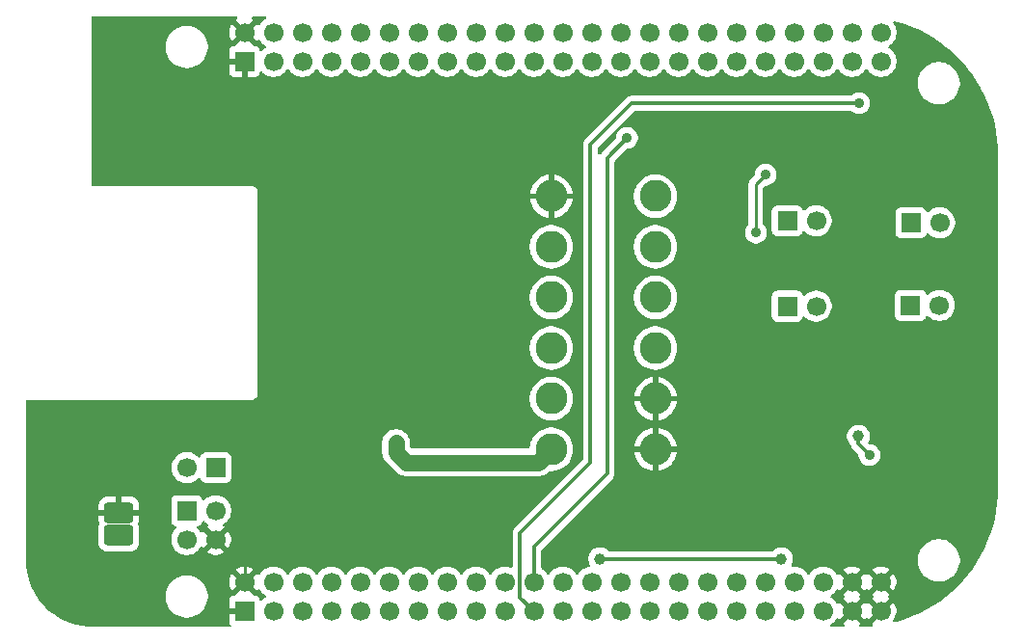
<source format=gbr>
%TF.GenerationSoftware,KiCad,Pcbnew,9.0.4*%
%TF.CreationDate,2026-02-21T19:48:22-06:00*%
%TF.ProjectId,beaglebone_can_cape,62656167-6c65-4626-9f6e-655f63616e5f,rev?*%
%TF.SameCoordinates,PX5f5e100PY5f5e100*%
%TF.FileFunction,Copper,L2,Bot*%
%TF.FilePolarity,Positive*%
%FSLAX46Y46*%
G04 Gerber Fmt 4.6, Leading zero omitted, Abs format (unit mm)*
G04 Created by KiCad (PCBNEW 9.0.4) date 2026-02-21 19:48:22*
%MOMM*%
%LPD*%
G01*
G04 APERTURE LIST*
G04 Aperture macros list*
%AMRoundRect*
0 Rectangle with rounded corners*
0 $1 Rounding radius*
0 $2 $3 $4 $5 $6 $7 $8 $9 X,Y pos of 4 corners*
0 Add a 4 corners polygon primitive as box body*
4,1,4,$2,$3,$4,$5,$6,$7,$8,$9,$2,$3,0*
0 Add four circle primitives for the rounded corners*
1,1,$1+$1,$2,$3*
1,1,$1+$1,$4,$5*
1,1,$1+$1,$6,$7*
1,1,$1+$1,$8,$9*
0 Add four rect primitives between the rounded corners*
20,1,$1+$1,$2,$3,$4,$5,0*
20,1,$1+$1,$4,$5,$6,$7,0*
20,1,$1+$1,$6,$7,$8,$9,0*
20,1,$1+$1,$8,$9,$2,$3,0*%
G04 Aperture macros list end*
%TA.AperFunction,ComponentPad*%
%ADD10R,1.700000X1.700000*%
%TD*%
%TA.AperFunction,ComponentPad*%
%ADD11C,1.700000*%
%TD*%
%TA.AperFunction,ComponentPad*%
%ADD12C,2.794000*%
%TD*%
%TA.AperFunction,ComponentPad*%
%ADD13RoundRect,0.270000X1.000000X0.630000X-1.000000X0.630000X-1.000000X-0.630000X1.000000X-0.630000X0*%
%TD*%
%TA.AperFunction,ViaPad*%
%ADD14C,1.000000*%
%TD*%
%TA.AperFunction,ViaPad*%
%ADD15C,0.900000*%
%TD*%
%TA.AperFunction,ViaPad*%
%ADD16C,1.500000*%
%TD*%
%TA.AperFunction,ViaPad*%
%ADD17C,0.600000*%
%TD*%
%TA.AperFunction,Conductor*%
%ADD18C,0.300000*%
%TD*%
%TA.AperFunction,Conductor*%
%ADD19C,0.250000*%
%TD*%
%TA.AperFunction,Conductor*%
%ADD20C,1.400000*%
%TD*%
G04 APERTURE END LIST*
D10*
%TO.P,P8,1,Pin_1*%
%TO.N,GND*%
X19685000Y50165000D03*
D11*
%TO.P,P8,2,Pin_2*%
X19685000Y52705000D03*
%TO.P,P8,3,Pin_3*%
%TO.N,unconnected-(P8-Pin_3-Pad3)*%
X22225000Y50165000D03*
%TO.P,P8,4,Pin_4*%
%TO.N,unconnected-(P8-Pin_4-Pad4)*%
X22225000Y52705000D03*
%TO.P,P8,5,Pin_5*%
%TO.N,unconnected-(P8-Pin_5-Pad5)*%
X24765000Y50165000D03*
%TO.P,P8,6,Pin_6*%
%TO.N,unconnected-(P8-Pin_6-Pad6)*%
X24765000Y52705000D03*
%TO.P,P8,7,Pin_7*%
%TO.N,unconnected-(P8-Pin_7-Pad7)*%
X27305000Y50165000D03*
%TO.P,P8,8,Pin_8*%
%TO.N,unconnected-(P8-Pin_8-Pad8)*%
X27305000Y52705000D03*
%TO.P,P8,9,Pin_9*%
%TO.N,unconnected-(P8-Pin_9-Pad9)*%
X29845000Y50165000D03*
%TO.P,P8,10,Pin_10*%
%TO.N,unconnected-(P8-Pin_10-Pad10)*%
X29845000Y52705000D03*
%TO.P,P8,11,Pin_11*%
%TO.N,unconnected-(P8-Pin_11-Pad11)*%
X32385000Y50165000D03*
%TO.P,P8,12,Pin_12*%
%TO.N,unconnected-(P8-Pin_12-Pad12)*%
X32385000Y52705000D03*
%TO.P,P8,13,Pin_13*%
%TO.N,unconnected-(P8-Pin_13-Pad13)*%
X34925000Y50165000D03*
%TO.P,P8,14,Pin_14*%
%TO.N,unconnected-(P8-Pin_14-Pad14)*%
X34925000Y52705000D03*
%TO.P,P8,15,Pin_15*%
%TO.N,unconnected-(P8-Pin_15-Pad15)*%
X37465000Y50165000D03*
%TO.P,P8,16,Pin_16*%
%TO.N,unconnected-(P8-Pin_16-Pad16)*%
X37465000Y52705000D03*
%TO.P,P8,17,Pin_17*%
%TO.N,unconnected-(P8-Pin_17-Pad17)*%
X40005000Y50165000D03*
%TO.P,P8,18,Pin_18*%
%TO.N,unconnected-(P8-Pin_18-Pad18)*%
X40005000Y52705000D03*
%TO.P,P8,19,Pin_19*%
%TO.N,unconnected-(P8-Pin_19-Pad19)*%
X42545000Y50165000D03*
%TO.P,P8,20,Pin_20*%
%TO.N,unconnected-(P8-Pin_20-Pad20)*%
X42545000Y52705000D03*
%TO.P,P8,21,Pin_21*%
%TO.N,unconnected-(P8-Pin_21-Pad21)*%
X45085000Y50165000D03*
%TO.P,P8,22,Pin_22*%
%TO.N,unconnected-(P8-Pin_22-Pad22)*%
X45085000Y52705000D03*
%TO.P,P8,23,Pin_23*%
%TO.N,unconnected-(P8-Pin_23-Pad23)*%
X47625000Y50165000D03*
%TO.P,P8,24,Pin_24*%
%TO.N,unconnected-(P8-Pin_24-Pad24)*%
X47625000Y52705000D03*
%TO.P,P8,25,Pin_25*%
%TO.N,unconnected-(P8-Pin_25-Pad25)*%
X50165000Y50165000D03*
%TO.P,P8,26,Pin_26*%
%TO.N,unconnected-(P8-Pin_26-Pad26)*%
X50165000Y52705000D03*
%TO.P,P8,27,Pin_27*%
%TO.N,unconnected-(P8-Pin_27-Pad27)*%
X52705000Y50165000D03*
%TO.P,P8,28,Pin_28*%
%TO.N,unconnected-(P8-Pin_28-Pad28)*%
X52705000Y52705000D03*
%TO.P,P8,29,Pin_29*%
%TO.N,unconnected-(P8-Pin_29-Pad29)*%
X55245000Y50165000D03*
%TO.P,P8,30,Pin_30*%
%TO.N,unconnected-(P8-Pin_30-Pad30)*%
X55245000Y52705000D03*
%TO.P,P8,31,Pin_31*%
%TO.N,unconnected-(P8-Pin_31-Pad31)*%
X57785000Y50165000D03*
%TO.P,P8,32,Pin_32*%
%TO.N,unconnected-(P8-Pin_32-Pad32)*%
X57785000Y52705000D03*
%TO.P,P8,33,Pin_33*%
%TO.N,unconnected-(P8-Pin_33-Pad33)*%
X60325000Y50165000D03*
%TO.P,P8,34,Pin_34*%
%TO.N,unconnected-(P8-Pin_34-Pad34)*%
X60325000Y52705000D03*
%TO.P,P8,35,Pin_35*%
%TO.N,unconnected-(P8-Pin_35-Pad35)*%
X62865000Y50165000D03*
%TO.P,P8,36,Pin_36*%
%TO.N,unconnected-(P8-Pin_36-Pad36)*%
X62865000Y52705000D03*
%TO.P,P8,37,Pin_37*%
%TO.N,unconnected-(P8-Pin_37-Pad37)*%
X65405000Y50165000D03*
%TO.P,P8,38,Pin_38*%
%TO.N,unconnected-(P8-Pin_38-Pad38)*%
X65405000Y52705000D03*
%TO.P,P8,39,Pin_39*%
%TO.N,unconnected-(P8-Pin_39-Pad39)*%
X67945000Y50165000D03*
%TO.P,P8,40,Pin_40*%
%TO.N,unconnected-(P8-Pin_40-Pad40)*%
X67945000Y52705000D03*
%TO.P,P8,41,Pin_41*%
%TO.N,unconnected-(P8-Pin_41-Pad41)*%
X70485000Y50165000D03*
%TO.P,P8,42,Pin_42*%
%TO.N,unconnected-(P8-Pin_42-Pad42)*%
X70485000Y52705000D03*
%TO.P,P8,43,Pin_43*%
%TO.N,unconnected-(P8-Pin_43-Pad43)*%
X73025000Y50165000D03*
%TO.P,P8,44,Pin_44*%
%TO.N,unconnected-(P8-Pin_44-Pad44)*%
X73025000Y52705000D03*
%TO.P,P8,45,Pin_45*%
%TO.N,unconnected-(P8-Pin_45-Pad45)*%
X75565000Y50165000D03*
%TO.P,P8,46,Pin_46*%
%TO.N,unconnected-(P8-Pin_46-Pad46)*%
X75565000Y52705000D03*
%TD*%
D10*
%TO.P,P9,1,Pin_1*%
%TO.N,GND*%
X19685000Y1905000D03*
D11*
%TO.P,P9,2,Pin_2*%
X19685000Y4445000D03*
%TO.P,P9,3,Pin_3*%
%TO.N,+3.3V*%
X22225000Y1905000D03*
%TO.P,P9,4,Pin_4*%
X22225000Y4445000D03*
%TO.P,P9,5,Pin_5*%
%TO.N,unconnected-(P9-Pin_5-Pad5)*%
X24765000Y1905000D03*
%TO.P,P9,6,Pin_6*%
%TO.N,+5V*%
X24765000Y4445000D03*
%TO.P,P9,7,Pin_7*%
%TO.N,unconnected-(P9-Pin_7-Pad7)*%
X27305000Y1905000D03*
%TO.P,P9,8,Pin_8*%
%TO.N,unconnected-(P9-Pin_8-Pad8)*%
X27305000Y4445000D03*
%TO.P,P9,9,Pin_9*%
%TO.N,unconnected-(P9-Pin_9-Pad9)*%
X29845000Y1905000D03*
%TO.P,P9,10,Pin_10*%
%TO.N,unconnected-(P9-Pin_10-Pad10)*%
X29845000Y4445000D03*
%TO.P,P9,11,Pin_11*%
%TO.N,unconnected-(P9-Pin_11-Pad11)*%
X32385000Y1905000D03*
%TO.P,P9,12,Pin_12*%
%TO.N,unconnected-(P9-Pin_12-Pad12)*%
X32385000Y4445000D03*
%TO.P,P9,13,Pin_13*%
%TO.N,unconnected-(P9-Pin_13-Pad13)*%
X34925000Y1905000D03*
%TO.P,P9,14,Pin_14*%
%TO.N,unconnected-(P9-Pin_14-Pad14)*%
X34925000Y4445000D03*
%TO.P,P9,15,Pin_15*%
%TO.N,unconnected-(P9-Pin_15-Pad15)*%
X37465000Y1905000D03*
%TO.P,P9,16,Pin_16*%
%TO.N,unconnected-(P9-Pin_16-Pad16)*%
X37465000Y4445000D03*
%TO.P,P9,17,Pin_17*%
%TO.N,unconnected-(P9-Pin_17-Pad17)*%
X40005000Y1905000D03*
%TO.P,P9,18,Pin_18*%
%TO.N,unconnected-(P9-Pin_18-Pad18)*%
X40005000Y4445000D03*
%TO.P,P9,19,Pin_19*%
%TO.N,/I2C2.SCL*%
X42545000Y1905000D03*
%TO.P,P9,20,Pin_20*%
%TO.N,/I2C2.SDA*%
X42545000Y4445000D03*
%TO.P,P9,21,Pin_21*%
%TO.N,/GPIO3*%
X45085000Y1905000D03*
%TO.P,P9,22,Pin_22*%
%TO.N,/GPIO2*%
X45085000Y4445000D03*
%TO.P,P9,23,Pin_23*%
%TO.N,unconnected-(P9-Pin_23-Pad23)*%
X47625000Y1905000D03*
%TO.P,P9,24,Pin_24*%
%TO.N,/GPIO15*%
X47625000Y4445000D03*
%TO.P,P9,25,Pin_25*%
%TO.N,unconnected-(P9-Pin_25-Pad25)*%
X50165000Y1905000D03*
%TO.P,P9,26,Pin_26*%
%TO.N,/GPIO14*%
X50165000Y4445000D03*
%TO.P,P9,27,Pin_27*%
%TO.N,unconnected-(P9-Pin_27-Pad27)*%
X52705000Y1905000D03*
%TO.P,P9,28,Pin_28*%
%TO.N,unconnected-(P9-Pin_28-Pad28)*%
X52705000Y4445000D03*
%TO.P,P9,29,Pin_29*%
%TO.N,unconnected-(P9-Pin_29-Pad29)*%
X55245000Y1905000D03*
%TO.P,P9,30,Pin_30*%
%TO.N,unconnected-(P9-Pin_30-Pad30)*%
X55245000Y4445000D03*
%TO.P,P9,31,Pin_31*%
%TO.N,unconnected-(P9-Pin_31-Pad31)*%
X57785000Y1905000D03*
%TO.P,P9,32,Pin_32*%
%TO.N,unconnected-(P9-Pin_32-Pad32)*%
X57785000Y4445000D03*
%TO.P,P9,33,Pin_33*%
%TO.N,unconnected-(P9-Pin_33-Pad33)*%
X60325000Y1905000D03*
%TO.P,P9,34,Pin_34*%
%TO.N,unconnected-(P9-Pin_34-Pad34)*%
X60325000Y4445000D03*
%TO.P,P9,35,Pin_35*%
%TO.N,unconnected-(P9-Pin_35-Pad35)*%
X62865000Y1905000D03*
%TO.P,P9,36,Pin_36*%
%TO.N,unconnected-(P9-Pin_36-Pad36)*%
X62865000Y4445000D03*
%TO.P,P9,37,Pin_37*%
%TO.N,unconnected-(P9-Pin_37-Pad37)*%
X65405000Y1905000D03*
%TO.P,P9,38,Pin_38*%
%TO.N,unconnected-(P9-Pin_38-Pad38)*%
X65405000Y4445000D03*
%TO.P,P9,39,Pin_39*%
%TO.N,unconnected-(P9-Pin_39-Pad39)*%
X67945000Y1905000D03*
%TO.P,P9,40,Pin_40*%
%TO.N,unconnected-(P9-Pin_40-Pad40)*%
X67945000Y4445000D03*
%TO.P,P9,41,Pin_41*%
%TO.N,unconnected-(P9-Pin_41-Pad41)*%
X70485000Y1905000D03*
%TO.P,P9,42,Pin_42*%
%TO.N,unconnected-(P9-Pin_42-Pad42)*%
X70485000Y4445000D03*
%TO.P,P9,43,Pin_43*%
%TO.N,GND*%
X73025000Y1905000D03*
%TO.P,P9,44,Pin_44*%
X73025000Y4445000D03*
%TO.P,P9,45,Pin_45*%
X75565000Y1905000D03*
%TO.P,P9,46,Pin_46*%
X75565000Y4445000D03*
%TD*%
D10*
%TO.P,JP2,1,A*%
%TO.N,CAN HIGH 1*%
X78170000Y28750000D03*
D11*
%TO.P,JP2,2,B*%
%TO.N,Net-(JP2-B)*%
X80710000Y28750000D03*
%TD*%
D12*
%TO.P,J3,1,1*%
%TO.N,+24V*%
X46620000Y16105000D03*
%TO.P,J3,2,2*%
%TO.N,CAN HIGH 0*%
X46620000Y20550000D03*
%TO.P,J3,3,3*%
X46620000Y24995000D03*
%TO.P,J3,4,4*%
%TO.N,CAN LOW 0*%
X46620000Y29440000D03*
%TO.P,J3,5,5*%
X46620000Y33885000D03*
%TO.P,J3,6,6*%
%TO.N,GND*%
X46620000Y38330000D03*
%TO.P,J3,7,7*%
%TO.N,CAN LOW 1*%
X55764000Y38330000D03*
%TO.P,J3,8,8*%
X55764000Y33885000D03*
%TO.P,J3,9,9*%
%TO.N,CAN HIGH 1*%
X55764000Y29440000D03*
%TO.P,J3,10,10*%
X55764000Y24995000D03*
%TO.P,J3,11,11*%
%TO.N,GND*%
X55764000Y20550000D03*
%TO.P,J3,12,12*%
X55764000Y16105000D03*
%TD*%
D10*
%TO.P,JP3,1,A*%
%TO.N,Net-(J4-Pin_3)*%
X17160002Y14490000D03*
D11*
%TO.P,JP3,2,B*%
%TO.N,Net-(JP3-B)*%
X14620002Y14490000D03*
%TD*%
D10*
%TO.P,J1,1,Pin_1*%
%TO.N,CAN HIGH 0*%
X67340000Y36175002D03*
D11*
%TO.P,J1,2,Pin_2*%
%TO.N,CAN LOW 0*%
X69880000Y36175002D03*
%TD*%
D10*
%TO.P,J2,1,Pin_1*%
%TO.N,CAN HIGH 1*%
X78185000Y36000000D03*
D11*
%TO.P,J2,2,Pin_2*%
%TO.N,CAN LOW 1*%
X80725000Y36000000D03*
%TD*%
D13*
%TO.P,J5,1,Vout*%
%TO.N,Net-(J4-Pin_1)*%
X8650000Y8530000D03*
%TO.P,J5,2,Gnd*%
%TO.N,GND*%
X8650000Y10530000D03*
%TD*%
D10*
%TO.P,JP1,1,A*%
%TO.N,CAN HIGH 0*%
X67340000Y28675002D03*
D11*
%TO.P,JP1,2,B*%
%TO.N,Net-(JP1-B)*%
X69880000Y28675002D03*
%TD*%
D10*
%TO.P,J4,1,Pin_1*%
%TO.N,Net-(J4-Pin_1)*%
X14605000Y10715000D03*
D11*
%TO.P,J4,2,Pin_2*%
X14605000Y8175000D03*
%TO.P,J4,3,Pin_3*%
%TO.N,Net-(J4-Pin_3)*%
X17145000Y10715000D03*
%TO.P,J4,4,Pin_4*%
%TO.N,GND*%
X17145000Y8175000D03*
%TD*%
D14*
%TO.N,/I2C2.SCL*%
X73575000Y17250000D03*
D15*
X74550000Y15600000D03*
D14*
%TO.N,/GPIO15*%
X66825000Y6475000D03*
X50875000Y6475000D03*
D15*
%TO.N,CAN HIGH 1*%
X65420000Y40210000D03*
X64580000Y35120000D03*
D16*
%TO.N,GND*%
X24870000Y10010000D03*
X31700000Y38800000D03*
D17*
X81400000Y11800000D03*
X76700000Y15100000D03*
D15*
X11760000Y11860000D03*
X26200000Y14300000D03*
D17*
X82700000Y12900000D03*
D15*
X37500000Y7050000D03*
X69250000Y16900000D03*
X79625000Y16975000D03*
D17*
X83800000Y11500000D03*
D16*
X26420000Y11900000D03*
X33900000Y39700000D03*
D15*
X77420000Y43650000D03*
D17*
X78200000Y16700000D03*
X79500000Y13200000D03*
X68500000Y13500000D03*
X64600000Y14500000D03*
X70000000Y13500000D03*
D16*
X36600000Y39000000D03*
D17*
X66100000Y15400000D03*
X66200000Y14200000D03*
X77700000Y13900000D03*
X77500000Y12300000D03*
D15*
X67170000Y45280000D03*
D17*
X67800000Y11800000D03*
D16*
X25870000Y7950000D03*
D15*
X36620000Y17440000D03*
D14*
%TO.N,+24V*%
X32980000Y16660000D03*
D15*
%TO.N,/GPIO2*%
X53260000Y43450000D03*
%TO.N,/GPIO3*%
X73640000Y46500000D03*
%TD*%
D18*
%TO.N,/I2C2.SCL*%
X73575000Y17250000D02*
X73575000Y16575000D01*
X73575000Y16575000D02*
X74550000Y15600000D01*
%TO.N,/GPIO15*%
X66825000Y6475000D02*
X50875000Y6475000D01*
D19*
%TO.N,CAN HIGH 1*%
X64580000Y35120000D02*
X64580000Y39370000D01*
X64580000Y39370000D02*
X65420000Y40210000D01*
%TO.N,GND*%
X19685000Y4445000D02*
X19685000Y5995000D01*
X17820000Y2380000D02*
X17820000Y5610000D01*
X18275000Y1905000D02*
X17810000Y2370000D01*
X17820000Y5610000D02*
X17820000Y5670000D01*
X17810000Y2370000D02*
X17820000Y2380000D01*
X19685000Y5995000D02*
X20400000Y6710000D01*
X17820000Y5670000D02*
X19600000Y7450000D01*
X19685000Y1905000D02*
X18275000Y1905000D01*
D20*
%TO.N,+24V*%
X33880000Y14960000D02*
X45475000Y14960000D01*
X32980000Y15860000D02*
X33880000Y14960000D01*
X32980000Y16660000D02*
X32980000Y15860000D01*
X45475000Y14960000D02*
X46620000Y16105000D01*
D18*
%TO.N,/GPIO2*%
X51510000Y13970000D02*
X45085000Y7545000D01*
X51510000Y41700000D02*
X51510000Y13970000D01*
X45085000Y7545000D02*
X45085000Y4445000D01*
X53260000Y43450000D02*
X51510000Y41700000D01*
%TO.N,/GPIO3*%
X53670000Y46500000D02*
X50060000Y42890000D01*
X43884000Y8774000D02*
X43884000Y3106000D01*
X50060000Y42890000D02*
X50060000Y14950000D01*
X50060000Y14950000D02*
X43884000Y8774000D01*
X73640000Y46500000D02*
X53670000Y46500000D01*
X43884000Y3106000D02*
X45085000Y1905000D01*
%TD*%
%TA.AperFunction,Conductor*%
%TO.N,GND*%
G36*
X16126564Y9805123D02*
G01*
X16154818Y9783972D01*
X16259996Y9678794D01*
X16432991Y9553106D01*
X16437680Y9550717D01*
X16488478Y9502746D01*
X16505276Y9434926D01*
X16482742Y9368790D01*
X16441205Y9332791D01*
X16441590Y9332162D01*
X16437804Y9329843D01*
X16437702Y9329754D01*
X16437449Y9329626D01*
X16437440Y9329620D01*
X16383282Y9290273D01*
X16383282Y9290272D01*
X17015591Y8657963D01*
X16952007Y8640925D01*
X16837993Y8575099D01*
X16744901Y8482007D01*
X16679075Y8367993D01*
X16662037Y8304409D01*
X16029728Y8936718D01*
X16029727Y8936718D01*
X15990380Y8882560D01*
X15990374Y8882551D01*
X15990246Y8882298D01*
X15990172Y8882220D01*
X15987838Y8878410D01*
X15987036Y8878901D01*
X15942264Y8831510D01*
X15874441Y8814725D01*
X15808309Y8837272D01*
X15769283Y8882320D01*
X15766894Y8887009D01*
X15641206Y9060004D01*
X15536028Y9165182D01*
X15502543Y9226505D01*
X15507527Y9296197D01*
X15549399Y9352130D01*
X15580367Y9369041D01*
X15701204Y9414111D01*
X15818261Y9501739D01*
X15905889Y9618796D01*
X15950957Y9739629D01*
X15992827Y9795558D01*
X16058291Y9819975D01*
X16126564Y9805123D01*
G37*
%TD.AperFunction*%
%TA.AperFunction,Conductor*%
G36*
X19018399Y54089815D02*
G01*
X19064154Y54037011D01*
X19074098Y53967853D01*
X19045073Y53904297D01*
X19007656Y53875016D01*
X18977443Y53859622D01*
X18977440Y53859620D01*
X18923282Y53820273D01*
X18923282Y53820272D01*
X19555591Y53187963D01*
X19492007Y53170925D01*
X19377993Y53105099D01*
X19284901Y53012007D01*
X19219075Y52897993D01*
X19202037Y52834409D01*
X18569728Y53466718D01*
X18569727Y53466718D01*
X18530380Y53412561D01*
X18433904Y53223218D01*
X18368242Y53021131D01*
X18368242Y53021128D01*
X18335000Y52811247D01*
X18335000Y52598754D01*
X18368242Y52388873D01*
X18368242Y52388870D01*
X18433904Y52186783D01*
X18530375Y51997450D01*
X18569728Y51943284D01*
X19202037Y52575592D01*
X19219075Y52512007D01*
X19284901Y52397993D01*
X19377993Y52304901D01*
X19492007Y52239075D01*
X19555590Y52222038D01*
X18886195Y51552644D01*
X18824872Y51519159D01*
X18810167Y51520076D01*
X18810444Y51517503D01*
X18727626Y51508599D01*
X18727619Y51508597D01*
X18592913Y51458355D01*
X18592906Y51458351D01*
X18477812Y51372191D01*
X18477809Y51372188D01*
X18391649Y51257094D01*
X18391645Y51257087D01*
X18341403Y51122380D01*
X18341401Y51122373D01*
X18335000Y51062845D01*
X18335000Y50415000D01*
X19251988Y50415000D01*
X19219075Y50357993D01*
X19185000Y50230826D01*
X19185000Y50099174D01*
X19219075Y49972007D01*
X19251988Y49915000D01*
X18335000Y49915000D01*
X18335000Y49267156D01*
X18341401Y49207628D01*
X18341403Y49207621D01*
X18391645Y49072914D01*
X18391649Y49072907D01*
X18477809Y48957813D01*
X18477812Y48957810D01*
X18592906Y48871650D01*
X18592913Y48871646D01*
X18727620Y48821404D01*
X18727627Y48821402D01*
X18787155Y48815001D01*
X18787172Y48815000D01*
X19435000Y48815000D01*
X19435000Y49731988D01*
X19492007Y49699075D01*
X19619174Y49665000D01*
X19750826Y49665000D01*
X19877993Y49699075D01*
X19935000Y49731988D01*
X19935000Y48815000D01*
X20582828Y48815000D01*
X20582844Y48815001D01*
X20642372Y48821402D01*
X20642379Y48821404D01*
X20777086Y48871646D01*
X20777093Y48871650D01*
X20892187Y48957810D01*
X20892190Y48957813D01*
X20978350Y49072907D01*
X20978355Y49072916D01*
X21024348Y49196230D01*
X21066219Y49252164D01*
X21131683Y49276582D01*
X21199956Y49261731D01*
X21228211Y49240579D01*
X21339996Y49128794D01*
X21512991Y49003106D01*
X21601883Y48957813D01*
X21703516Y48906028D01*
X21703519Y48906027D01*
X21805200Y48872990D01*
X21906884Y48839951D01*
X22118084Y48806500D01*
X22118085Y48806500D01*
X22331915Y48806500D01*
X22331916Y48806500D01*
X22543116Y48839951D01*
X22746483Y48906028D01*
X22937009Y49003106D01*
X23110004Y49128794D01*
X23261206Y49279996D01*
X23386894Y49452991D01*
X23386896Y49452996D01*
X23389270Y49456868D01*
X23441080Y49503746D01*
X23510009Y49515171D01*
X23574173Y49487517D01*
X23600730Y49456868D01*
X23603103Y49452995D01*
X23603106Y49452991D01*
X23728794Y49279996D01*
X23879996Y49128794D01*
X24052991Y49003106D01*
X24141883Y48957813D01*
X24243516Y48906028D01*
X24243519Y48906027D01*
X24345200Y48872990D01*
X24446884Y48839951D01*
X24658084Y48806500D01*
X24658085Y48806500D01*
X24871915Y48806500D01*
X24871916Y48806500D01*
X25083116Y48839951D01*
X25286483Y48906028D01*
X25477009Y49003106D01*
X25650004Y49128794D01*
X25801206Y49279996D01*
X25926894Y49452991D01*
X25926896Y49452996D01*
X25929270Y49456868D01*
X25981080Y49503746D01*
X26050009Y49515171D01*
X26114173Y49487517D01*
X26140730Y49456868D01*
X26143103Y49452995D01*
X26143106Y49452991D01*
X26268794Y49279996D01*
X26419996Y49128794D01*
X26592991Y49003106D01*
X26681883Y48957813D01*
X26783516Y48906028D01*
X26783519Y48906027D01*
X26885200Y48872990D01*
X26986884Y48839951D01*
X27198084Y48806500D01*
X27198085Y48806500D01*
X27411915Y48806500D01*
X27411916Y48806500D01*
X27623116Y48839951D01*
X27826483Y48906028D01*
X28017009Y49003106D01*
X28190004Y49128794D01*
X28341206Y49279996D01*
X28466894Y49452991D01*
X28466896Y49452996D01*
X28469270Y49456868D01*
X28521080Y49503746D01*
X28590009Y49515171D01*
X28654173Y49487517D01*
X28680730Y49456868D01*
X28683103Y49452995D01*
X28683106Y49452991D01*
X28808794Y49279996D01*
X28959996Y49128794D01*
X29132991Y49003106D01*
X29221883Y48957813D01*
X29323516Y48906028D01*
X29323519Y48906027D01*
X29425200Y48872990D01*
X29526884Y48839951D01*
X29738084Y48806500D01*
X29738085Y48806500D01*
X29951915Y48806500D01*
X29951916Y48806500D01*
X30163116Y48839951D01*
X30366483Y48906028D01*
X30557009Y49003106D01*
X30730004Y49128794D01*
X30881206Y49279996D01*
X31006894Y49452991D01*
X31006896Y49452996D01*
X31009270Y49456868D01*
X31061080Y49503746D01*
X31130009Y49515171D01*
X31194173Y49487517D01*
X31220730Y49456868D01*
X31223103Y49452995D01*
X31223106Y49452991D01*
X31348794Y49279996D01*
X31499996Y49128794D01*
X31672991Y49003106D01*
X31761883Y48957813D01*
X31863516Y48906028D01*
X31863519Y48906027D01*
X31965200Y48872990D01*
X32066884Y48839951D01*
X32278084Y48806500D01*
X32278085Y48806500D01*
X32491915Y48806500D01*
X32491916Y48806500D01*
X32703116Y48839951D01*
X32906483Y48906028D01*
X33097009Y49003106D01*
X33270004Y49128794D01*
X33421206Y49279996D01*
X33546894Y49452991D01*
X33546896Y49452996D01*
X33549270Y49456868D01*
X33601080Y49503746D01*
X33670009Y49515171D01*
X33734173Y49487517D01*
X33760730Y49456868D01*
X33763103Y49452995D01*
X33763106Y49452991D01*
X33888794Y49279996D01*
X34039996Y49128794D01*
X34212991Y49003106D01*
X34301883Y48957813D01*
X34403516Y48906028D01*
X34403519Y48906027D01*
X34505200Y48872990D01*
X34606884Y48839951D01*
X34818084Y48806500D01*
X34818085Y48806500D01*
X35031915Y48806500D01*
X35031916Y48806500D01*
X35243116Y48839951D01*
X35446483Y48906028D01*
X35637009Y49003106D01*
X35810004Y49128794D01*
X35961206Y49279996D01*
X36086894Y49452991D01*
X36086896Y49452996D01*
X36089270Y49456868D01*
X36141080Y49503746D01*
X36210009Y49515171D01*
X36274173Y49487517D01*
X36300730Y49456868D01*
X36303103Y49452995D01*
X36303106Y49452991D01*
X36428794Y49279996D01*
X36579996Y49128794D01*
X36752991Y49003106D01*
X36841883Y48957813D01*
X36943516Y48906028D01*
X36943519Y48906027D01*
X37045200Y48872990D01*
X37146884Y48839951D01*
X37358084Y48806500D01*
X37358085Y48806500D01*
X37571915Y48806500D01*
X37571916Y48806500D01*
X37783116Y48839951D01*
X37986483Y48906028D01*
X38177009Y49003106D01*
X38350004Y49128794D01*
X38501206Y49279996D01*
X38626894Y49452991D01*
X38626896Y49452996D01*
X38629270Y49456868D01*
X38681080Y49503746D01*
X38750009Y49515171D01*
X38814173Y49487517D01*
X38840730Y49456868D01*
X38843103Y49452995D01*
X38843106Y49452991D01*
X38968794Y49279996D01*
X39119996Y49128794D01*
X39292991Y49003106D01*
X39381883Y48957813D01*
X39483516Y48906028D01*
X39483519Y48906027D01*
X39585200Y48872990D01*
X39686884Y48839951D01*
X39898084Y48806500D01*
X39898085Y48806500D01*
X40111915Y48806500D01*
X40111916Y48806500D01*
X40323116Y48839951D01*
X40526483Y48906028D01*
X40717009Y49003106D01*
X40890004Y49128794D01*
X41041206Y49279996D01*
X41166894Y49452991D01*
X41166896Y49452996D01*
X41169270Y49456868D01*
X41221080Y49503746D01*
X41290009Y49515171D01*
X41354173Y49487517D01*
X41380730Y49456868D01*
X41383103Y49452995D01*
X41383106Y49452991D01*
X41508794Y49279996D01*
X41659996Y49128794D01*
X41832991Y49003106D01*
X41921883Y48957813D01*
X42023516Y48906028D01*
X42023519Y48906027D01*
X42125200Y48872990D01*
X42226884Y48839951D01*
X42438084Y48806500D01*
X42438085Y48806500D01*
X42651915Y48806500D01*
X42651916Y48806500D01*
X42863116Y48839951D01*
X43066483Y48906028D01*
X43257009Y49003106D01*
X43430004Y49128794D01*
X43581206Y49279996D01*
X43706894Y49452991D01*
X43706896Y49452996D01*
X43709270Y49456868D01*
X43761080Y49503746D01*
X43830009Y49515171D01*
X43894173Y49487517D01*
X43920730Y49456868D01*
X43923103Y49452995D01*
X43923106Y49452991D01*
X44048794Y49279996D01*
X44199996Y49128794D01*
X44372991Y49003106D01*
X44461883Y48957813D01*
X44563516Y48906028D01*
X44563519Y48906027D01*
X44665200Y48872990D01*
X44766884Y48839951D01*
X44978084Y48806500D01*
X44978085Y48806500D01*
X45191915Y48806500D01*
X45191916Y48806500D01*
X45403116Y48839951D01*
X45606483Y48906028D01*
X45797009Y49003106D01*
X45970004Y49128794D01*
X46121206Y49279996D01*
X46246894Y49452991D01*
X46246896Y49452996D01*
X46249270Y49456868D01*
X46301080Y49503746D01*
X46370009Y49515171D01*
X46434173Y49487517D01*
X46460730Y49456868D01*
X46463103Y49452995D01*
X46463106Y49452991D01*
X46588794Y49279996D01*
X46739996Y49128794D01*
X46912991Y49003106D01*
X47001883Y48957813D01*
X47103516Y48906028D01*
X47103519Y48906027D01*
X47205200Y48872990D01*
X47306884Y48839951D01*
X47518084Y48806500D01*
X47518085Y48806500D01*
X47731915Y48806500D01*
X47731916Y48806500D01*
X47943116Y48839951D01*
X48146483Y48906028D01*
X48337009Y49003106D01*
X48510004Y49128794D01*
X48661206Y49279996D01*
X48786894Y49452991D01*
X48786896Y49452996D01*
X48789270Y49456868D01*
X48841080Y49503746D01*
X48910009Y49515171D01*
X48974173Y49487517D01*
X49000730Y49456868D01*
X49003103Y49452995D01*
X49003106Y49452991D01*
X49128794Y49279996D01*
X49279996Y49128794D01*
X49452991Y49003106D01*
X49541883Y48957813D01*
X49643516Y48906028D01*
X49643519Y48906027D01*
X49745200Y48872990D01*
X49846884Y48839951D01*
X50058084Y48806500D01*
X50058085Y48806500D01*
X50271915Y48806500D01*
X50271916Y48806500D01*
X50483116Y48839951D01*
X50686483Y48906028D01*
X50877009Y49003106D01*
X51050004Y49128794D01*
X51201206Y49279996D01*
X51326894Y49452991D01*
X51326896Y49452996D01*
X51329270Y49456868D01*
X51381080Y49503746D01*
X51450009Y49515171D01*
X51514173Y49487517D01*
X51540730Y49456868D01*
X51543103Y49452995D01*
X51543106Y49452991D01*
X51668794Y49279996D01*
X51819996Y49128794D01*
X51992991Y49003106D01*
X52081883Y48957813D01*
X52183516Y48906028D01*
X52183519Y48906027D01*
X52285200Y48872990D01*
X52386884Y48839951D01*
X52598084Y48806500D01*
X52598085Y48806500D01*
X52811915Y48806500D01*
X52811916Y48806500D01*
X53023116Y48839951D01*
X53226483Y48906028D01*
X53417009Y49003106D01*
X53590004Y49128794D01*
X53741206Y49279996D01*
X53866894Y49452991D01*
X53866896Y49452996D01*
X53869270Y49456868D01*
X53921080Y49503746D01*
X53990009Y49515171D01*
X54054173Y49487517D01*
X54080730Y49456868D01*
X54083103Y49452995D01*
X54083106Y49452991D01*
X54208794Y49279996D01*
X54359996Y49128794D01*
X54532991Y49003106D01*
X54621883Y48957813D01*
X54723516Y48906028D01*
X54723519Y48906027D01*
X54825200Y48872990D01*
X54926884Y48839951D01*
X55138084Y48806500D01*
X55138085Y48806500D01*
X55351915Y48806500D01*
X55351916Y48806500D01*
X55563116Y48839951D01*
X55766483Y48906028D01*
X55957009Y49003106D01*
X56130004Y49128794D01*
X56281206Y49279996D01*
X56406894Y49452991D01*
X56406896Y49452996D01*
X56409270Y49456868D01*
X56461080Y49503746D01*
X56530009Y49515171D01*
X56594173Y49487517D01*
X56620730Y49456868D01*
X56623103Y49452995D01*
X56623106Y49452991D01*
X56748794Y49279996D01*
X56899996Y49128794D01*
X57072991Y49003106D01*
X57161883Y48957813D01*
X57263516Y48906028D01*
X57263519Y48906027D01*
X57365200Y48872990D01*
X57466884Y48839951D01*
X57678084Y48806500D01*
X57678085Y48806500D01*
X57891915Y48806500D01*
X57891916Y48806500D01*
X58103116Y48839951D01*
X58306483Y48906028D01*
X58497009Y49003106D01*
X58670004Y49128794D01*
X58821206Y49279996D01*
X58946894Y49452991D01*
X58946896Y49452996D01*
X58949270Y49456868D01*
X59001080Y49503746D01*
X59070009Y49515171D01*
X59134173Y49487517D01*
X59160730Y49456868D01*
X59163103Y49452995D01*
X59163106Y49452991D01*
X59288794Y49279996D01*
X59439996Y49128794D01*
X59612991Y49003106D01*
X59701883Y48957813D01*
X59803516Y48906028D01*
X59803519Y48906027D01*
X59905200Y48872990D01*
X60006884Y48839951D01*
X60218084Y48806500D01*
X60218085Y48806500D01*
X60431915Y48806500D01*
X60431916Y48806500D01*
X60643116Y48839951D01*
X60846483Y48906028D01*
X61037009Y49003106D01*
X61210004Y49128794D01*
X61361206Y49279996D01*
X61486894Y49452991D01*
X61486896Y49452996D01*
X61489270Y49456868D01*
X61541080Y49503746D01*
X61610009Y49515171D01*
X61674173Y49487517D01*
X61700730Y49456868D01*
X61703103Y49452995D01*
X61703106Y49452991D01*
X61828794Y49279996D01*
X61979996Y49128794D01*
X62152991Y49003106D01*
X62241883Y48957813D01*
X62343516Y48906028D01*
X62343519Y48906027D01*
X62445200Y48872990D01*
X62546884Y48839951D01*
X62758084Y48806500D01*
X62758085Y48806500D01*
X62971915Y48806500D01*
X62971916Y48806500D01*
X63183116Y48839951D01*
X63386483Y48906028D01*
X63577009Y49003106D01*
X63750004Y49128794D01*
X63901206Y49279996D01*
X64026894Y49452991D01*
X64026896Y49452996D01*
X64029270Y49456868D01*
X64081080Y49503746D01*
X64150009Y49515171D01*
X64214173Y49487517D01*
X64240730Y49456868D01*
X64243103Y49452995D01*
X64243106Y49452991D01*
X64368794Y49279996D01*
X64519996Y49128794D01*
X64692991Y49003106D01*
X64781883Y48957813D01*
X64883516Y48906028D01*
X64883519Y48906027D01*
X64985200Y48872990D01*
X65086884Y48839951D01*
X65298084Y48806500D01*
X65298085Y48806500D01*
X65511915Y48806500D01*
X65511916Y48806500D01*
X65723116Y48839951D01*
X65926483Y48906028D01*
X66117009Y49003106D01*
X66290004Y49128794D01*
X66441206Y49279996D01*
X66566894Y49452991D01*
X66566896Y49452996D01*
X66569270Y49456868D01*
X66621080Y49503746D01*
X66690009Y49515171D01*
X66754173Y49487517D01*
X66780730Y49456868D01*
X66783103Y49452995D01*
X66783106Y49452991D01*
X66908794Y49279996D01*
X67059996Y49128794D01*
X67232991Y49003106D01*
X67321883Y48957813D01*
X67423516Y48906028D01*
X67423519Y48906027D01*
X67525200Y48872990D01*
X67626884Y48839951D01*
X67838084Y48806500D01*
X67838085Y48806500D01*
X68051915Y48806500D01*
X68051916Y48806500D01*
X68263116Y48839951D01*
X68466483Y48906028D01*
X68657009Y49003106D01*
X68830004Y49128794D01*
X68981206Y49279996D01*
X69106894Y49452991D01*
X69106896Y49452996D01*
X69109270Y49456868D01*
X69161080Y49503746D01*
X69230009Y49515171D01*
X69294173Y49487517D01*
X69320730Y49456868D01*
X69323103Y49452995D01*
X69323106Y49452991D01*
X69448794Y49279996D01*
X69599996Y49128794D01*
X69772991Y49003106D01*
X69861883Y48957813D01*
X69963516Y48906028D01*
X69963519Y48906027D01*
X70065200Y48872990D01*
X70166884Y48839951D01*
X70378084Y48806500D01*
X70378085Y48806500D01*
X70591915Y48806500D01*
X70591916Y48806500D01*
X70803116Y48839951D01*
X71006483Y48906028D01*
X71197009Y49003106D01*
X71370004Y49128794D01*
X71521206Y49279996D01*
X71646894Y49452991D01*
X71646896Y49452996D01*
X71649270Y49456868D01*
X71701080Y49503746D01*
X71770009Y49515171D01*
X71834173Y49487517D01*
X71860730Y49456868D01*
X71863103Y49452995D01*
X71863106Y49452991D01*
X71988794Y49279996D01*
X72139996Y49128794D01*
X72312991Y49003106D01*
X72401883Y48957813D01*
X72503516Y48906028D01*
X72503519Y48906027D01*
X72605200Y48872990D01*
X72706884Y48839951D01*
X72918084Y48806500D01*
X72918085Y48806500D01*
X73131915Y48806500D01*
X73131916Y48806500D01*
X73343116Y48839951D01*
X73546483Y48906028D01*
X73737009Y49003106D01*
X73910004Y49128794D01*
X74061206Y49279996D01*
X74186894Y49452991D01*
X74186896Y49452996D01*
X74189270Y49456868D01*
X74241080Y49503746D01*
X74310009Y49515171D01*
X74374173Y49487517D01*
X74400730Y49456868D01*
X74403103Y49452995D01*
X74403106Y49452991D01*
X74528794Y49279996D01*
X74679996Y49128794D01*
X74852991Y49003106D01*
X74941883Y48957813D01*
X75043516Y48906028D01*
X75043519Y48906027D01*
X75145200Y48872990D01*
X75246884Y48839951D01*
X75458084Y48806500D01*
X75458085Y48806500D01*
X75671915Y48806500D01*
X75671916Y48806500D01*
X75883116Y48839951D01*
X76086483Y48906028D01*
X76277009Y49003106D01*
X76450004Y49128794D01*
X76601206Y49279996D01*
X76726894Y49452991D01*
X76823972Y49643517D01*
X76890049Y49846884D01*
X76923500Y50058084D01*
X76923500Y50271916D01*
X76890049Y50483116D01*
X76857010Y50584800D01*
X76823973Y50686481D01*
X76823972Y50686484D01*
X76752756Y50826252D01*
X76726894Y50877009D01*
X76601206Y51050004D01*
X76450004Y51201206D01*
X76302340Y51308490D01*
X76277005Y51326897D01*
X76273132Y51329270D01*
X76226254Y51381080D01*
X76214829Y51450009D01*
X76242483Y51514173D01*
X76273132Y51540730D01*
X76277005Y51543104D01*
X76277004Y51543104D01*
X76277009Y51543106D01*
X76450004Y51668794D01*
X76601206Y51819996D01*
X76726894Y51992991D01*
X76823972Y52183517D01*
X76890049Y52386884D01*
X76923500Y52598084D01*
X76923500Y52811916D01*
X76890049Y53023116D01*
X76835484Y53191053D01*
X76823973Y53226481D01*
X76823972Y53226484D01*
X76774507Y53323562D01*
X76726894Y53417009D01*
X76665254Y53501849D01*
X76655892Y53528087D01*
X76643487Y53553028D01*
X76644313Y53560538D01*
X76641775Y53567653D01*
X76648084Y53594786D01*
X76651133Y53622478D01*
X76655889Y53628350D01*
X76657600Y53635707D01*
X76677575Y53655121D01*
X76695113Y53676769D01*
X76702288Y53679137D01*
X76707706Y53684402D01*
X76735005Y53689934D01*
X76761463Y53698665D01*
X76772239Y53697479D01*
X76776184Y53698278D01*
X76796541Y53694804D01*
X77033908Y53633575D01*
X77040559Y53631658D01*
X77685935Y53425958D01*
X77692471Y53423671D01*
X78325317Y53182101D01*
X78331710Y53179453D01*
X78949999Y52902787D01*
X78956245Y52899779D01*
X79558036Y52588886D01*
X79564119Y52585524D01*
X80147528Y52241380D01*
X80153418Y52237679D01*
X80716613Y51861364D01*
X80722285Y51857339D01*
X81263489Y51450041D01*
X81268902Y51445725D01*
X81737531Y51050004D01*
X81786432Y51008711D01*
X81791614Y51004081D01*
X82283839Y50538722D01*
X82288721Y50533840D01*
X82742330Y50054043D01*
X82754075Y50041620D01*
X82758707Y50036436D01*
X83060580Y49678946D01*
X83195714Y49518916D01*
X83200044Y49513486D01*
X83223184Y49482738D01*
X83607338Y48972286D01*
X83611363Y48966614D01*
X83987678Y48403419D01*
X83991379Y48397529D01*
X84335521Y47814124D01*
X84338885Y47808037D01*
X84649773Y47206256D01*
X84652791Y47199989D01*
X84929445Y46581727D01*
X84932107Y46575301D01*
X85173665Y45942487D01*
X85175962Y45935922D01*
X85381652Y45290577D01*
X85383578Y45283893D01*
X85552767Y44628001D01*
X85554314Y44621220D01*
X85686454Y43956904D01*
X85687619Y43950047D01*
X85782305Y43279360D01*
X85783084Y43272448D01*
X85840015Y42597499D01*
X85840405Y42590555D01*
X85859451Y41911747D01*
X85859500Y41908269D01*
X85859500Y12701732D01*
X85859451Y12698254D01*
X85840405Y12019446D01*
X85840015Y12012502D01*
X85783084Y11337553D01*
X85782305Y11330641D01*
X85687619Y10659954D01*
X85686454Y10653097D01*
X85554314Y9988781D01*
X85552767Y9982000D01*
X85383578Y9326108D01*
X85381652Y9319424D01*
X85175962Y8674079D01*
X85173665Y8667514D01*
X84932107Y8034700D01*
X84929445Y8028274D01*
X84652791Y7410012D01*
X84649773Y7403745D01*
X84338885Y6801964D01*
X84335521Y6795877D01*
X83991379Y6212472D01*
X83987678Y6206582D01*
X83611363Y5643387D01*
X83607338Y5637715D01*
X83200050Y5096523D01*
X83195714Y5091085D01*
X82758710Y4573568D01*
X82754075Y4568381D01*
X82288739Y4076179D01*
X82283821Y4071261D01*
X81791619Y3605925D01*
X81786432Y3601290D01*
X81268915Y3164286D01*
X81263477Y3159950D01*
X80722285Y2752662D01*
X80716613Y2748637D01*
X80153418Y2372322D01*
X80147528Y2368621D01*
X79564123Y2024479D01*
X79558036Y2021115D01*
X78956255Y1710227D01*
X78949988Y1707209D01*
X78331726Y1430555D01*
X78325300Y1427893D01*
X77692486Y1186335D01*
X77685921Y1184038D01*
X77040576Y978348D01*
X77033892Y976422D01*
X76783615Y911863D01*
X76713784Y914179D01*
X76656290Y953881D01*
X76629388Y1018364D01*
X76641618Y1087155D01*
X76652325Y1104819D01*
X76719622Y1197446D01*
X76816095Y1386783D01*
X76881757Y1588870D01*
X76881757Y1588873D01*
X76915000Y1798754D01*
X76915000Y2011247D01*
X76881757Y2221128D01*
X76881757Y2221131D01*
X76816095Y2423218D01*
X76719624Y2612551D01*
X76680270Y2666718D01*
X76680269Y2666718D01*
X76047962Y2034410D01*
X76030925Y2097993D01*
X75965099Y2212007D01*
X75872007Y2305099D01*
X75757993Y2370925D01*
X75694409Y2387963D01*
X76326716Y3020272D01*
X76272550Y3059625D01*
X76262954Y3064514D01*
X76212157Y3112488D01*
X76195361Y3180308D01*
X76217897Y3246444D01*
X76262954Y3285486D01*
X76272554Y3290378D01*
X76326716Y3329730D01*
X76326717Y3329730D01*
X75694408Y3962038D01*
X75757993Y3979075D01*
X75872007Y4044901D01*
X75965099Y4137993D01*
X76030925Y4252007D01*
X76047962Y4315592D01*
X76680270Y3683283D01*
X76680270Y3683284D01*
X76719622Y3737446D01*
X76816095Y3926783D01*
X76881757Y4128870D01*
X76881757Y4128873D01*
X76915000Y4338754D01*
X76915000Y4551247D01*
X76881757Y4761128D01*
X76881757Y4761131D01*
X76816095Y4963218D01*
X76719624Y5152551D01*
X76680270Y5206718D01*
X76680269Y5206718D01*
X76047962Y4574410D01*
X76030925Y4637993D01*
X75965099Y4752007D01*
X75872007Y4845099D01*
X75757993Y4910925D01*
X75694409Y4927963D01*
X76326716Y5560272D01*
X76272550Y5599625D01*
X76083217Y5696096D01*
X75881129Y5761758D01*
X75671246Y5795000D01*
X75458754Y5795000D01*
X75248872Y5761758D01*
X75248869Y5761758D01*
X75046782Y5696096D01*
X74857439Y5599620D01*
X74803282Y5560273D01*
X74803282Y5560272D01*
X75435591Y4927963D01*
X75372007Y4910925D01*
X75257993Y4845099D01*
X75164901Y4752007D01*
X75099075Y4637993D01*
X75082037Y4574409D01*
X74449728Y5206718D01*
X74449727Y5206718D01*
X74410380Y5152560D01*
X74405483Y5142949D01*
X74357506Y5092155D01*
X74289684Y5075362D01*
X74223550Y5097902D01*
X74184516Y5142952D01*
X74179626Y5152548D01*
X74140270Y5206718D01*
X74140269Y5206718D01*
X73507962Y4574410D01*
X73490925Y4637993D01*
X73425099Y4752007D01*
X73332007Y4845099D01*
X73217993Y4910925D01*
X73154409Y4927963D01*
X73786716Y5560272D01*
X73732550Y5599625D01*
X73543217Y5696096D01*
X73341129Y5761758D01*
X73131246Y5795000D01*
X72918754Y5795000D01*
X72708872Y5761758D01*
X72708869Y5761758D01*
X72506782Y5696096D01*
X72317439Y5599620D01*
X72263282Y5560273D01*
X72263282Y5560272D01*
X72895591Y4927963D01*
X72832007Y4910925D01*
X72717993Y4845099D01*
X72624901Y4752007D01*
X72559075Y4637993D01*
X72542037Y4574409D01*
X71909728Y5206718D01*
X71909727Y5206718D01*
X71870380Y5152560D01*
X71870374Y5152551D01*
X71870246Y5152298D01*
X71870172Y5152220D01*
X71867838Y5148410D01*
X71867036Y5148901D01*
X71822264Y5101510D01*
X71754441Y5084725D01*
X71688309Y5107272D01*
X71649283Y5152320D01*
X71646894Y5157009D01*
X71521206Y5330004D01*
X71370004Y5481206D01*
X71197009Y5606894D01*
X71188368Y5611297D01*
X71006483Y5703973D01*
X71006480Y5703974D01*
X70803117Y5770049D01*
X70646283Y5794889D01*
X70591916Y5803500D01*
X70378084Y5803500D01*
X70323717Y5794889D01*
X70166882Y5770049D01*
X69963519Y5703974D01*
X69963516Y5703973D01*
X69772990Y5606894D01*
X69599993Y5481204D01*
X69448796Y5330007D01*
X69323105Y5157009D01*
X69320727Y5153127D01*
X69268914Y5106252D01*
X69199984Y5094831D01*
X69135822Y5122488D01*
X69109273Y5153127D01*
X69106894Y5157009D01*
X69060699Y5220591D01*
X68981206Y5330004D01*
X68830004Y5481206D01*
X68657009Y5606894D01*
X68648368Y5611297D01*
X68466483Y5703973D01*
X68466480Y5703974D01*
X68263117Y5770049D01*
X68106283Y5794889D01*
X68051916Y5803500D01*
X67838084Y5803500D01*
X67833233Y5803118D01*
X67833114Y5804626D01*
X67770470Y5812728D01*
X67717023Y5857729D01*
X67696389Y5924483D01*
X67715121Y5991795D01*
X67717280Y5995139D01*
X67718718Y5997292D01*
X67718721Y5997296D01*
X67794744Y6180831D01*
X67833500Y6375671D01*
X67833500Y6471289D01*
X78794500Y6471289D01*
X78794500Y6228712D01*
X78826161Y5988215D01*
X78888947Y5753896D01*
X78981773Y5529795D01*
X78981777Y5529786D01*
X78999873Y5498443D01*
X79103064Y5319711D01*
X79103066Y5319708D01*
X79103067Y5319707D01*
X79250733Y5127264D01*
X79250739Y5127257D01*
X79422256Y4955740D01*
X79422262Y4955735D01*
X79614711Y4808064D01*
X79824788Y4686776D01*
X80048900Y4593946D01*
X80283211Y4531162D01*
X80437681Y4510826D01*
X80523711Y4499500D01*
X80523712Y4499500D01*
X80766289Y4499500D01*
X80814388Y4505833D01*
X81006789Y4531162D01*
X81241100Y4593946D01*
X81465212Y4686776D01*
X81675289Y4808064D01*
X81867738Y4955735D01*
X82039265Y5127262D01*
X82186936Y5319711D01*
X82308224Y5529788D01*
X82401054Y5753900D01*
X82463838Y5988211D01*
X82495500Y6228712D01*
X82495500Y6471288D01*
X82463838Y6711789D01*
X82401054Y6946100D01*
X82308224Y7170212D01*
X82186936Y7380289D01*
X82107740Y7483500D01*
X82039266Y7572737D01*
X82039260Y7572744D01*
X81867743Y7744261D01*
X81867736Y7744267D01*
X81675293Y7891933D01*
X81675292Y7891934D01*
X81675289Y7891936D01*
X81465212Y8013224D01*
X81428878Y8028274D01*
X81241104Y8106053D01*
X81094103Y8145442D01*
X81006789Y8168838D01*
X81006788Y8168839D01*
X81006785Y8168839D01*
X80766289Y8200500D01*
X80766288Y8200500D01*
X80523712Y8200500D01*
X80523711Y8200500D01*
X80283214Y8168839D01*
X80048895Y8106053D01*
X79824794Y8013227D01*
X79824785Y8013223D01*
X79614706Y7891933D01*
X79422263Y7744267D01*
X79422256Y7744261D01*
X79250739Y7572744D01*
X79250733Y7572737D01*
X79103067Y7380294D01*
X79103064Y7380290D01*
X79103064Y7380289D01*
X79086817Y7352149D01*
X78981777Y7170215D01*
X78981773Y7170206D01*
X78888947Y6946105D01*
X78826161Y6711786D01*
X78794500Y6471289D01*
X67833500Y6471289D01*
X67833500Y6574329D01*
X67794744Y6769169D01*
X67730650Y6923905D01*
X67718722Y6952702D01*
X67718717Y6952711D01*
X67608353Y7117881D01*
X67608350Y7117885D01*
X67467884Y7258351D01*
X67467880Y7258354D01*
X67302710Y7368718D01*
X67302701Y7368723D01*
X67119169Y7444744D01*
X67119161Y7444746D01*
X66924333Y7483500D01*
X66924329Y7483500D01*
X66725671Y7483500D01*
X66725666Y7483500D01*
X66530838Y7444746D01*
X66530830Y7444744D01*
X66347298Y7368723D01*
X66347289Y7368718D01*
X66182120Y7258355D01*
X66144644Y7220878D01*
X66093583Y7169818D01*
X66032263Y7136334D01*
X66005904Y7133500D01*
X51694096Y7133500D01*
X51627057Y7153185D01*
X51606419Y7169815D01*
X51517881Y7258353D01*
X51517880Y7258354D01*
X51517879Y7258355D01*
X51352710Y7368718D01*
X51352701Y7368723D01*
X51169169Y7444744D01*
X51169161Y7444746D01*
X50974333Y7483500D01*
X50974329Y7483500D01*
X50775671Y7483500D01*
X50775666Y7483500D01*
X50580838Y7444746D01*
X50580830Y7444744D01*
X50397298Y7368723D01*
X50397289Y7368718D01*
X50232119Y7258354D01*
X50232115Y7258351D01*
X50091649Y7117885D01*
X50091646Y7117881D01*
X49981282Y6952711D01*
X49981277Y6952702D01*
X49905256Y6769170D01*
X49905254Y6769162D01*
X49866500Y6574334D01*
X49866500Y6375667D01*
X49905254Y6180839D01*
X49905256Y6180831D01*
X49981277Y5997299D01*
X49981281Y5997292D01*
X49998109Y5972107D01*
X50018986Y5905429D01*
X50000501Y5838049D01*
X49948521Y5791360D01*
X49914405Y5780744D01*
X49846882Y5770049D01*
X49643519Y5703974D01*
X49643516Y5703973D01*
X49452990Y5606894D01*
X49279993Y5481204D01*
X49128796Y5330007D01*
X49003105Y5157009D01*
X49000727Y5153127D01*
X48948914Y5106252D01*
X48879984Y5094831D01*
X48815822Y5122488D01*
X48789273Y5153127D01*
X48786894Y5157009D01*
X48740699Y5220591D01*
X48661206Y5330004D01*
X48510004Y5481206D01*
X48337009Y5606894D01*
X48328368Y5611297D01*
X48146483Y5703973D01*
X48146480Y5703974D01*
X47943117Y5770049D01*
X47786283Y5794889D01*
X47731916Y5803500D01*
X47518084Y5803500D01*
X47463717Y5794889D01*
X47306882Y5770049D01*
X47103519Y5703974D01*
X47103516Y5703973D01*
X46912990Y5606894D01*
X46739993Y5481204D01*
X46588796Y5330007D01*
X46463105Y5157009D01*
X46460727Y5153127D01*
X46408914Y5106252D01*
X46339984Y5094831D01*
X46275822Y5122488D01*
X46249273Y5153127D01*
X46246894Y5157009D01*
X46200699Y5220591D01*
X46121206Y5330004D01*
X45970004Y5481206D01*
X45903139Y5529786D01*
X45794614Y5608635D01*
X45751949Y5663965D01*
X45743500Y5708953D01*
X45743500Y7220878D01*
X45763185Y7287917D01*
X45779819Y7308559D01*
X52021489Y13550229D01*
X52021491Y13550231D01*
X52093555Y13658083D01*
X52143194Y13777923D01*
X52143857Y13781257D01*
X52168500Y13905143D01*
X52168500Y16355000D01*
X53883543Y16355000D01*
X54881414Y16355000D01*
X54849600Y16195061D01*
X54849600Y16014939D01*
X54881414Y15855000D01*
X53883544Y15855000D01*
X53899458Y15734124D01*
X53963821Y15493919D01*
X53963825Y15493906D01*
X54058976Y15264190D01*
X54058983Y15264176D01*
X54183314Y15048829D01*
X54183324Y15048814D01*
X54334698Y14851539D01*
X54334704Y14851532D01*
X54510531Y14675705D01*
X54510538Y14675699D01*
X54707813Y14524325D01*
X54707828Y14524315D01*
X54923175Y14399984D01*
X54923189Y14399977D01*
X55152905Y14304826D01*
X55152921Y14304821D01*
X55393117Y14240461D01*
X55393128Y14240459D01*
X55514000Y14224545D01*
X55514000Y15222414D01*
X55673939Y15190600D01*
X55854061Y15190600D01*
X56014000Y15222414D01*
X56014000Y14224546D01*
X56134871Y14240459D01*
X56134882Y14240461D01*
X56375078Y14304821D01*
X56375094Y14304826D01*
X56604810Y14399977D01*
X56604824Y14399984D01*
X56820171Y14524315D01*
X56820186Y14524325D01*
X57017461Y14675699D01*
X57017468Y14675705D01*
X57193295Y14851532D01*
X57193301Y14851539D01*
X57344675Y15048814D01*
X57344685Y15048829D01*
X57469016Y15264176D01*
X57469023Y15264190D01*
X57564174Y15493906D01*
X57564178Y15493919D01*
X57628541Y15734124D01*
X57644456Y15855000D01*
X56646586Y15855000D01*
X56678400Y16014939D01*
X56678400Y16195061D01*
X56646586Y16355000D01*
X57644456Y16355000D01*
X57628541Y16475877D01*
X57564178Y16716082D01*
X57564174Y16716095D01*
X57469023Y16945811D01*
X57469016Y16945825D01*
X57344685Y17161172D01*
X57344675Y17161187D01*
X57253557Y17279935D01*
X57200305Y17349334D01*
X72566500Y17349334D01*
X72566500Y17150667D01*
X72605254Y16955839D01*
X72605256Y16955831D01*
X72681277Y16772299D01*
X72681282Y16772290D01*
X72791645Y16607121D01*
X72791646Y16607120D01*
X72791647Y16607119D01*
X72896825Y16501941D01*
X72930309Y16440620D01*
X72930760Y16438452D01*
X72941804Y16382931D01*
X72941806Y16382923D01*
X72991443Y16263087D01*
X72991447Y16263080D01*
X73063510Y16155229D01*
X73063511Y16155228D01*
X73555181Y15663560D01*
X73588666Y15602237D01*
X73591500Y15575879D01*
X73591500Y15505592D01*
X73628332Y15320424D01*
X73628334Y15320416D01*
X73700586Y15145983D01*
X73700591Y15145974D01*
X73805483Y14988993D01*
X73805486Y14988989D01*
X73938988Y14855487D01*
X73938992Y14855484D01*
X74095973Y14750592D01*
X74095979Y14750589D01*
X74095980Y14750588D01*
X74270416Y14678334D01*
X74455591Y14641501D01*
X74455595Y14641500D01*
X74455596Y14641500D01*
X74644405Y14641500D01*
X74644406Y14641501D01*
X74829584Y14678334D01*
X75004020Y14750588D01*
X75161008Y14855484D01*
X75294516Y14988992D01*
X75399412Y15145980D01*
X75471666Y15320416D01*
X75508500Y15505596D01*
X75508500Y15694404D01*
X75471666Y15879584D01*
X75399412Y16054020D01*
X75399411Y16054021D01*
X75399408Y16054027D01*
X75294516Y16211008D01*
X75294513Y16211012D01*
X75161011Y16344514D01*
X75161007Y16344517D01*
X75004026Y16449409D01*
X75004017Y16449414D01*
X74829584Y16521666D01*
X74829576Y16521668D01*
X74644408Y16558500D01*
X74644404Y16558500D01*
X74574122Y16558500D01*
X74544681Y16567145D01*
X74514695Y16573668D01*
X74509679Y16577423D01*
X74507083Y16578185D01*
X74486441Y16594819D01*
X74476689Y16604571D01*
X74443204Y16665894D01*
X74448188Y16735586D01*
X74461265Y16761139D01*
X74468721Y16772296D01*
X74544744Y16955831D01*
X74583500Y17150671D01*
X74583500Y17349329D01*
X74544744Y17544169D01*
X74468721Y17727704D01*
X74468720Y17727705D01*
X74468717Y17727711D01*
X74358353Y17892881D01*
X74358350Y17892885D01*
X74217884Y18033351D01*
X74217880Y18033354D01*
X74052710Y18143718D01*
X74052701Y18143723D01*
X73869169Y18219744D01*
X73869161Y18219746D01*
X73674333Y18258500D01*
X73674329Y18258500D01*
X73475671Y18258500D01*
X73475666Y18258500D01*
X73280838Y18219746D01*
X73280830Y18219744D01*
X73097298Y18143723D01*
X73097289Y18143718D01*
X72932119Y18033354D01*
X72932115Y18033351D01*
X72791649Y17892885D01*
X72791646Y17892881D01*
X72681282Y17727711D01*
X72681277Y17727702D01*
X72605256Y17544170D01*
X72605254Y17544162D01*
X72566500Y17349334D01*
X57200305Y17349334D01*
X57193301Y17358462D01*
X57193295Y17358469D01*
X57017468Y17534296D01*
X57017461Y17534302D01*
X56820186Y17685676D01*
X56820171Y17685686D01*
X56604824Y17810017D01*
X56604810Y17810024D01*
X56375094Y17905175D01*
X56375081Y17905179D01*
X56134876Y17969542D01*
X56014000Y17985457D01*
X56014000Y16987587D01*
X55854061Y17019400D01*
X55673939Y17019400D01*
X55514000Y16987587D01*
X55514000Y17985457D01*
X55393123Y17969542D01*
X55152918Y17905179D01*
X55152905Y17905175D01*
X54923189Y17810024D01*
X54923175Y17810017D01*
X54707828Y17685686D01*
X54707813Y17685676D01*
X54510538Y17534302D01*
X54510531Y17534296D01*
X54334704Y17358469D01*
X54334698Y17358462D01*
X54183324Y17161187D01*
X54183314Y17161172D01*
X54058983Y16945825D01*
X54058976Y16945811D01*
X53963825Y16716095D01*
X53963821Y16716082D01*
X53899458Y16475877D01*
X53883543Y16355000D01*
X52168500Y16355000D01*
X52168500Y20800000D01*
X53883543Y20800000D01*
X54881414Y20800000D01*
X54849600Y20640061D01*
X54849600Y20459939D01*
X54881414Y20300000D01*
X53883544Y20300000D01*
X53899458Y20179124D01*
X53963821Y19938919D01*
X53963825Y19938906D01*
X54058976Y19709190D01*
X54058983Y19709176D01*
X54183314Y19493829D01*
X54183324Y19493814D01*
X54334698Y19296539D01*
X54334704Y19296532D01*
X54510531Y19120705D01*
X54510538Y19120699D01*
X54707813Y18969325D01*
X54707828Y18969315D01*
X54923175Y18844984D01*
X54923189Y18844977D01*
X55152905Y18749826D01*
X55152921Y18749821D01*
X55393117Y18685461D01*
X55393128Y18685459D01*
X55514000Y18669545D01*
X55514000Y19667414D01*
X55673939Y19635600D01*
X55854061Y19635600D01*
X56014000Y19667414D01*
X56014000Y18669546D01*
X56134871Y18685459D01*
X56134882Y18685461D01*
X56375078Y18749821D01*
X56375094Y18749826D01*
X56604810Y18844977D01*
X56604824Y18844984D01*
X56820171Y18969315D01*
X56820186Y18969325D01*
X57017461Y19120699D01*
X57017468Y19120705D01*
X57193295Y19296532D01*
X57193301Y19296539D01*
X57344675Y19493814D01*
X57344685Y19493829D01*
X57469016Y19709176D01*
X57469023Y19709190D01*
X57564174Y19938906D01*
X57564178Y19938919D01*
X57628541Y20179124D01*
X57644456Y20300000D01*
X56646586Y20300000D01*
X56678400Y20459939D01*
X56678400Y20640061D01*
X56646586Y20800000D01*
X57644456Y20800000D01*
X57628541Y20920877D01*
X57564178Y21161082D01*
X57564174Y21161095D01*
X57469023Y21390811D01*
X57469016Y21390825D01*
X57344685Y21606172D01*
X57344675Y21606187D01*
X57193301Y21803462D01*
X57193295Y21803469D01*
X57017468Y21979296D01*
X57017461Y21979302D01*
X56820186Y22130676D01*
X56820171Y22130686D01*
X56604824Y22255017D01*
X56604810Y22255024D01*
X56375094Y22350175D01*
X56375081Y22350179D01*
X56134876Y22414542D01*
X56014000Y22430457D01*
X56014000Y21432587D01*
X55854061Y21464400D01*
X55673939Y21464400D01*
X55514000Y21432587D01*
X55514000Y22430457D01*
X55393123Y22414542D01*
X55152918Y22350179D01*
X55152905Y22350175D01*
X54923189Y22255024D01*
X54923175Y22255017D01*
X54707828Y22130686D01*
X54707813Y22130676D01*
X54510538Y21979302D01*
X54510531Y21979296D01*
X54334704Y21803469D01*
X54334698Y21803462D01*
X54183324Y21606187D01*
X54183314Y21606172D01*
X54058983Y21390825D01*
X54058976Y21390811D01*
X53963825Y21161095D01*
X53963821Y21161082D01*
X53899458Y20920877D01*
X53883543Y20800000D01*
X52168500Y20800000D01*
X52168500Y25119894D01*
X53858500Y25119894D01*
X53858500Y24870107D01*
X53891102Y24622462D01*
X53955754Y24381179D01*
X54051339Y24150417D01*
X54051342Y24150410D01*
X54176235Y23934089D01*
X54176237Y23934086D01*
X54176238Y23934085D01*
X54328293Y23735922D01*
X54328299Y23735915D01*
X54504914Y23559300D01*
X54504920Y23559295D01*
X54703089Y23407235D01*
X54919410Y23282342D01*
X55150183Y23186753D01*
X55391458Y23122103D01*
X55577194Y23097651D01*
X55639106Y23089500D01*
X55639107Y23089500D01*
X55888894Y23089500D01*
X55938422Y23096021D01*
X56136542Y23122103D01*
X56377817Y23186753D01*
X56608590Y23282342D01*
X56824911Y23407235D01*
X57023080Y23559295D01*
X57199705Y23735920D01*
X57351765Y23934089D01*
X57476658Y24150410D01*
X57572247Y24381183D01*
X57636897Y24622458D01*
X57669500Y24870107D01*
X57669500Y25119893D01*
X57636897Y25367542D01*
X57572247Y25608817D01*
X57476658Y25839590D01*
X57351765Y26055911D01*
X57199705Y26254080D01*
X57199700Y26254086D01*
X57023085Y26430701D01*
X57023078Y26430707D01*
X56824915Y26582762D01*
X56824914Y26582763D01*
X56824911Y26582765D01*
X56608590Y26707658D01*
X56608583Y26707661D01*
X56377821Y26803246D01*
X56136538Y26867898D01*
X55888894Y26900500D01*
X55888893Y26900500D01*
X55639107Y26900500D01*
X55639106Y26900500D01*
X55391461Y26867898D01*
X55150178Y26803246D01*
X54919416Y26707661D01*
X54919407Y26707657D01*
X54703084Y26582762D01*
X54504921Y26430707D01*
X54504914Y26430701D01*
X54328299Y26254086D01*
X54328293Y26254079D01*
X54176238Y26055916D01*
X54051343Y25839593D01*
X54051339Y25839584D01*
X53955754Y25608822D01*
X53891102Y25367539D01*
X53858500Y25119894D01*
X52168500Y25119894D01*
X52168500Y29564894D01*
X53858500Y29564894D01*
X53858500Y29315107D01*
X53891102Y29067462D01*
X53955754Y28826179D01*
X54051339Y28595417D01*
X54051343Y28595408D01*
X54074200Y28555819D01*
X54176235Y28379089D01*
X54176237Y28379086D01*
X54176238Y28379085D01*
X54328293Y28180922D01*
X54328299Y28180915D01*
X54504914Y28004300D01*
X54504920Y28004295D01*
X54703089Y27852235D01*
X54919410Y27727342D01*
X55150183Y27631753D01*
X55391458Y27567103D01*
X55577194Y27542651D01*
X55639106Y27534500D01*
X55639107Y27534500D01*
X55888894Y27534500D01*
X55938422Y27541021D01*
X56136542Y27567103D01*
X56377817Y27631753D01*
X56608590Y27727342D01*
X56824911Y27852235D01*
X57023080Y28004295D01*
X57199705Y28180920D01*
X57351765Y28379089D01*
X57476658Y28595410D01*
X57572247Y28826183D01*
X57636897Y29067458D01*
X57669500Y29315107D01*
X57669500Y29564893D01*
X57668492Y29572546D01*
X57668346Y29573657D01*
X65981500Y29573657D01*
X65981500Y27776348D01*
X65988011Y27715800D01*
X65988011Y27715798D01*
X66035639Y27588107D01*
X66039111Y27578798D01*
X66126739Y27461741D01*
X66243796Y27374113D01*
X66380799Y27323013D01*
X66408050Y27320084D01*
X66441345Y27316503D01*
X66441362Y27316502D01*
X68238638Y27316502D01*
X68238654Y27316503D01*
X68265692Y27319411D01*
X68299201Y27323013D01*
X68436204Y27374113D01*
X68553261Y27461741D01*
X68640889Y27578798D01*
X68685957Y27699631D01*
X68727827Y27755560D01*
X68793291Y27779977D01*
X68861564Y27765125D01*
X68889818Y27743974D01*
X68994996Y27638796D01*
X69167991Y27513108D01*
X69261438Y27465495D01*
X69358516Y27416030D01*
X69358519Y27416029D01*
X69460200Y27382992D01*
X69561884Y27349953D01*
X69773084Y27316502D01*
X69773085Y27316502D01*
X69986915Y27316502D01*
X69986916Y27316502D01*
X70198116Y27349953D01*
X70401483Y27416030D01*
X70592009Y27513108D01*
X70765004Y27638796D01*
X70916206Y27789998D01*
X71041894Y27962993D01*
X71138972Y28153519D01*
X71205049Y28356886D01*
X71238500Y28568086D01*
X71238500Y28781918D01*
X71205049Y28993118D01*
X71138972Y29196485D01*
X71138972Y29196486D01*
X71078531Y29315107D01*
X71041894Y29387011D01*
X70916206Y29560006D01*
X70827557Y29648655D01*
X76811500Y29648655D01*
X76811500Y27851346D01*
X76818011Y27790798D01*
X76818011Y27790796D01*
X76869111Y27653796D01*
X76956739Y27536739D01*
X77073796Y27449111D01*
X77210799Y27398011D01*
X77238050Y27395082D01*
X77271345Y27391501D01*
X77271362Y27391500D01*
X79068638Y27391500D01*
X79068654Y27391501D01*
X79095692Y27394409D01*
X79129201Y27398011D01*
X79266204Y27449111D01*
X79383261Y27536739D01*
X79470889Y27653796D01*
X79515957Y27774629D01*
X79557827Y27830558D01*
X79623291Y27854975D01*
X79691564Y27840123D01*
X79719818Y27818972D01*
X79824996Y27713794D01*
X79997991Y27588106D01*
X80039212Y27567103D01*
X80188516Y27491028D01*
X80188519Y27491027D01*
X80278651Y27461742D01*
X80391884Y27424951D01*
X80603084Y27391500D01*
X80603085Y27391500D01*
X80816915Y27391500D01*
X80816916Y27391500D01*
X81028116Y27424951D01*
X81231483Y27491028D01*
X81422009Y27588106D01*
X81595004Y27713794D01*
X81746206Y27864996D01*
X81871894Y28037991D01*
X81968972Y28228517D01*
X82035049Y28431884D01*
X82068500Y28643084D01*
X82068500Y28856916D01*
X82035049Y29068116D01*
X81968972Y29271483D01*
X81968972Y29271484D01*
X81910107Y29387012D01*
X81871894Y29462009D01*
X81746206Y29635004D01*
X81595004Y29786206D01*
X81422009Y29911894D01*
X81378671Y29933976D01*
X81231483Y30008973D01*
X81231480Y30008974D01*
X81028117Y30075049D01*
X80922516Y30091775D01*
X80816916Y30108500D01*
X80603084Y30108500D01*
X80532684Y30097350D01*
X80391882Y30075049D01*
X80188519Y30008974D01*
X80188516Y30008973D01*
X79997990Y29911894D01*
X79824997Y29786207D01*
X79719818Y29681028D01*
X79658495Y29647544D01*
X79588803Y29652528D01*
X79532870Y29694400D01*
X79515958Y29725371D01*
X79470889Y29846204D01*
X79383261Y29963261D01*
X79266204Y30050889D01*
X79258354Y30053817D01*
X79129203Y30101989D01*
X79068654Y30108500D01*
X79068638Y30108500D01*
X77271362Y30108500D01*
X77271345Y30108500D01*
X77210797Y30101989D01*
X77210795Y30101989D01*
X77073795Y30050889D01*
X76956739Y29963261D01*
X76869111Y29846205D01*
X76818011Y29709205D01*
X76818011Y29709203D01*
X76811500Y29648655D01*
X70827557Y29648655D01*
X70765004Y29711208D01*
X70592009Y29836896D01*
X70573735Y29846207D01*
X70401483Y29933975D01*
X70401480Y29933976D01*
X70198117Y30000051D01*
X70092516Y30016777D01*
X69986916Y30033502D01*
X69773084Y30033502D01*
X69702684Y30022352D01*
X69561882Y30000051D01*
X69358519Y29933976D01*
X69358516Y29933975D01*
X69167990Y29836896D01*
X68994997Y29711209D01*
X68889818Y29606030D01*
X68828495Y29572546D01*
X68758803Y29577530D01*
X68702870Y29619402D01*
X68685958Y29650373D01*
X68640889Y29771206D01*
X68553261Y29888263D01*
X68436204Y29975891D01*
X68299203Y30026991D01*
X68238654Y30033502D01*
X68238638Y30033502D01*
X66441362Y30033502D01*
X66441345Y30033502D01*
X66380797Y30026991D01*
X66380795Y30026991D01*
X66243795Y29975891D01*
X66126739Y29888263D01*
X66039111Y29771207D01*
X65988011Y29634207D01*
X65988011Y29634205D01*
X65981500Y29573657D01*
X57668346Y29573657D01*
X57650502Y29709201D01*
X57636897Y29812542D01*
X57572247Y30053817D01*
X57476658Y30284590D01*
X57351765Y30500911D01*
X57199705Y30699080D01*
X57199700Y30699086D01*
X57023085Y30875701D01*
X57023078Y30875707D01*
X56824915Y31027762D01*
X56824914Y31027763D01*
X56824911Y31027765D01*
X56608590Y31152658D01*
X56608583Y31152661D01*
X56377821Y31248246D01*
X56136538Y31312898D01*
X55888894Y31345500D01*
X55888893Y31345500D01*
X55639107Y31345500D01*
X55639106Y31345500D01*
X55391461Y31312898D01*
X55150178Y31248246D01*
X54919416Y31152661D01*
X54919407Y31152657D01*
X54703084Y31027762D01*
X54504921Y30875707D01*
X54504914Y30875701D01*
X54328299Y30699086D01*
X54328293Y30699079D01*
X54176238Y30500916D01*
X54051343Y30284593D01*
X54051339Y30284584D01*
X53955754Y30053822D01*
X53891102Y29812539D01*
X53858500Y29564894D01*
X52168500Y29564894D01*
X52168500Y34009894D01*
X53858500Y34009894D01*
X53858500Y33760107D01*
X53891102Y33512462D01*
X53955754Y33271179D01*
X54051339Y33040417D01*
X54051342Y33040410D01*
X54176235Y32824089D01*
X54176237Y32824086D01*
X54176238Y32824085D01*
X54328293Y32625922D01*
X54328299Y32625915D01*
X54504914Y32449300D01*
X54504920Y32449295D01*
X54703089Y32297235D01*
X54919410Y32172342D01*
X55150183Y32076753D01*
X55391458Y32012103D01*
X55577194Y31987651D01*
X55639106Y31979500D01*
X55639107Y31979500D01*
X55888894Y31979500D01*
X55938422Y31986021D01*
X56136542Y32012103D01*
X56377817Y32076753D01*
X56608590Y32172342D01*
X56824911Y32297235D01*
X57023080Y32449295D01*
X57199705Y32625920D01*
X57351765Y32824089D01*
X57476658Y33040410D01*
X57572247Y33271183D01*
X57636897Y33512458D01*
X57669500Y33760107D01*
X57669500Y34009893D01*
X57636897Y34257542D01*
X57572247Y34498817D01*
X57476658Y34729590D01*
X57351765Y34945911D01*
X57290624Y35025592D01*
X57199707Y35144078D01*
X57199700Y35144086D01*
X57129377Y35214409D01*
X63621500Y35214409D01*
X63621500Y35025592D01*
X63658332Y34840424D01*
X63658334Y34840416D01*
X63730586Y34665983D01*
X63730591Y34665974D01*
X63835483Y34508993D01*
X63835486Y34508989D01*
X63968988Y34375487D01*
X63968992Y34375484D01*
X64125973Y34270592D01*
X64125979Y34270589D01*
X64125980Y34270588D01*
X64300416Y34198334D01*
X64485591Y34161501D01*
X64485595Y34161500D01*
X64485596Y34161500D01*
X64674405Y34161500D01*
X64674406Y34161501D01*
X64859584Y34198334D01*
X65034020Y34270588D01*
X65191008Y34375484D01*
X65324516Y34508992D01*
X65429412Y34665980D01*
X65501666Y34840416D01*
X65538500Y35025596D01*
X65538500Y35214404D01*
X65501666Y35399584D01*
X65429412Y35574020D01*
X65429411Y35574021D01*
X65429408Y35574027D01*
X65324516Y35731008D01*
X65324513Y35731012D01*
X65249819Y35805706D01*
X65216334Y35867029D01*
X65213500Y35893387D01*
X65213500Y37073657D01*
X65981500Y37073657D01*
X65981500Y35276348D01*
X65988011Y35215800D01*
X65988011Y35215798D01*
X66025610Y35114994D01*
X66039111Y35078798D01*
X66126739Y34961741D01*
X66243796Y34874113D01*
X66380799Y34823013D01*
X66408050Y34820084D01*
X66441345Y34816503D01*
X66441362Y34816502D01*
X68238638Y34816502D01*
X68238654Y34816503D01*
X68265692Y34819411D01*
X68299201Y34823013D01*
X68436204Y34874113D01*
X68553261Y34961741D01*
X68640889Y35078798D01*
X68685957Y35199631D01*
X68727827Y35255560D01*
X68793291Y35279977D01*
X68861564Y35265125D01*
X68889818Y35243974D01*
X68994996Y35138796D01*
X69167991Y35013108D01*
X69261438Y34965495D01*
X69358516Y34916030D01*
X69358519Y34916029D01*
X69460200Y34882992D01*
X69561884Y34849953D01*
X69773084Y34816502D01*
X69773085Y34816502D01*
X69986915Y34816502D01*
X69986916Y34816502D01*
X70198116Y34849953D01*
X70401483Y34916030D01*
X70592009Y35013108D01*
X70765004Y35138796D01*
X70916206Y35289998D01*
X71041894Y35462993D01*
X71138972Y35653519D01*
X71205049Y35856886D01*
X71238500Y36068086D01*
X71238500Y36281918D01*
X71205049Y36493118D01*
X71138972Y36696485D01*
X71138972Y36696486D01*
X71062961Y36845664D01*
X71062960Y36845666D01*
X71061499Y36848533D01*
X71042917Y36885004D01*
X71041895Y36887010D01*
X71033434Y36898655D01*
X76826500Y36898655D01*
X76826500Y35101346D01*
X76833011Y35040798D01*
X76833011Y35040796D01*
X76879548Y34916030D01*
X76884111Y34903796D01*
X76971739Y34786739D01*
X77088796Y34699111D01*
X77225799Y34648011D01*
X77253050Y34645082D01*
X77286345Y34641501D01*
X77286362Y34641500D01*
X79083638Y34641500D01*
X79083654Y34641501D01*
X79110692Y34644409D01*
X79144201Y34648011D01*
X79281204Y34699111D01*
X79398261Y34786739D01*
X79485889Y34903796D01*
X79530957Y35024629D01*
X79572827Y35080558D01*
X79638291Y35104975D01*
X79706564Y35090123D01*
X79734818Y35068972D01*
X79839996Y34963794D01*
X80012991Y34838106D01*
X80106438Y34790493D01*
X80203516Y34741028D01*
X80203519Y34741027D01*
X80305200Y34707990D01*
X80406884Y34674951D01*
X80618084Y34641500D01*
X80618085Y34641500D01*
X80831915Y34641500D01*
X80831916Y34641500D01*
X81043116Y34674951D01*
X81246483Y34741028D01*
X81437009Y34838106D01*
X81610004Y34963794D01*
X81761206Y35114996D01*
X81886894Y35287991D01*
X81983972Y35478517D01*
X82050049Y35681884D01*
X82083500Y35893084D01*
X82083500Y36106916D01*
X82050049Y36318116D01*
X82007346Y36449545D01*
X81983973Y36521481D01*
X81983972Y36521484D01*
X81931239Y36624977D01*
X81886894Y36712009D01*
X81761206Y36885004D01*
X81610004Y37036206D01*
X81437009Y37161894D01*
X81246483Y37258973D01*
X81246480Y37258974D01*
X81043117Y37325049D01*
X80937516Y37341775D01*
X80831916Y37358500D01*
X80618084Y37358500D01*
X80547684Y37347350D01*
X80406882Y37325049D01*
X80203519Y37258974D01*
X80203516Y37258973D01*
X80012990Y37161894D01*
X79839997Y37036207D01*
X79734818Y36931028D01*
X79673495Y36897544D01*
X79603803Y36902528D01*
X79547870Y36944400D01*
X79530958Y36975371D01*
X79485889Y37096204D01*
X79398261Y37213261D01*
X79281204Y37300889D01*
X79144203Y37351989D01*
X79083654Y37358500D01*
X79083638Y37358500D01*
X77286362Y37358500D01*
X77286345Y37358500D01*
X77225797Y37351989D01*
X77225795Y37351989D01*
X77088795Y37300889D01*
X76971739Y37213261D01*
X76884111Y37096205D01*
X76833011Y36959205D01*
X76833011Y36959203D01*
X76826500Y36898655D01*
X71033434Y36898655D01*
X71009914Y36931028D01*
X70916206Y37060006D01*
X70765004Y37211208D01*
X70592009Y37336896D01*
X70401483Y37433975D01*
X70401480Y37433976D01*
X70198117Y37500051D01*
X70074247Y37519670D01*
X69986916Y37533502D01*
X69773084Y37533502D01*
X69702684Y37522352D01*
X69561882Y37500051D01*
X69358519Y37433976D01*
X69358516Y37433975D01*
X69167990Y37336896D01*
X68994997Y37211209D01*
X68889818Y37106030D01*
X68828495Y37072546D01*
X68758803Y37077530D01*
X68702870Y37119402D01*
X68685958Y37150373D01*
X68640889Y37271206D01*
X68638925Y37273829D01*
X68623599Y37294303D01*
X68553261Y37388263D01*
X68436204Y37475891D01*
X68299203Y37526991D01*
X68238654Y37533502D01*
X68238638Y37533502D01*
X66441362Y37533502D01*
X66441345Y37533502D01*
X66380797Y37526991D01*
X66380795Y37526991D01*
X66243795Y37475891D01*
X66126739Y37388263D01*
X66039111Y37271207D01*
X65988011Y37134207D01*
X65988011Y37134205D01*
X65981500Y37073657D01*
X65213500Y37073657D01*
X65213500Y39056234D01*
X65222144Y39085675D01*
X65228668Y39115661D01*
X65232422Y39120677D01*
X65233185Y39123273D01*
X65249819Y39143915D01*
X65321085Y39215181D01*
X65382408Y39248666D01*
X65408766Y39251500D01*
X65514405Y39251500D01*
X65514406Y39251501D01*
X65699584Y39288334D01*
X65874020Y39360588D01*
X66031008Y39465484D01*
X66164516Y39598992D01*
X66269412Y39755980D01*
X66341666Y39930416D01*
X66378500Y40115596D01*
X66378500Y40304404D01*
X66341666Y40489584D01*
X66269412Y40664020D01*
X66269411Y40664021D01*
X66269408Y40664027D01*
X66164516Y40821008D01*
X66164513Y40821012D01*
X66031011Y40954514D01*
X66031007Y40954517D01*
X65874026Y41059409D01*
X65874017Y41059414D01*
X65699584Y41131666D01*
X65699576Y41131668D01*
X65514408Y41168500D01*
X65514404Y41168500D01*
X65325596Y41168500D01*
X65325591Y41168500D01*
X65140423Y41131668D01*
X65140415Y41131666D01*
X64965982Y41059414D01*
X64965973Y41059409D01*
X64808992Y40954517D01*
X64808988Y40954514D01*
X64675486Y40821012D01*
X64675483Y40821008D01*
X64570591Y40664027D01*
X64570586Y40664018D01*
X64498334Y40489585D01*
X64498332Y40489577D01*
X64461500Y40304409D01*
X64461500Y40198766D01*
X64441815Y40131727D01*
X64425181Y40111085D01*
X64176167Y39862071D01*
X64132047Y39817951D01*
X64087927Y39773832D01*
X64018603Y39670082D01*
X64018598Y39670073D01*
X63970845Y39554786D01*
X63970843Y39554778D01*
X63946500Y39432399D01*
X63946500Y35893387D01*
X63926815Y35826348D01*
X63910181Y35805706D01*
X63835486Y35731012D01*
X63835483Y35731008D01*
X63730591Y35574027D01*
X63730586Y35574018D01*
X63658334Y35399585D01*
X63658332Y35399577D01*
X63621500Y35214409D01*
X57129377Y35214409D01*
X57023085Y35320701D01*
X57023078Y35320707D01*
X56824915Y35472762D01*
X56824914Y35472763D01*
X56824911Y35472765D01*
X56608590Y35597658D01*
X56608583Y35597661D01*
X56377821Y35693246D01*
X56136538Y35757898D01*
X55888894Y35790500D01*
X55888893Y35790500D01*
X55639107Y35790500D01*
X55639106Y35790500D01*
X55391461Y35757898D01*
X55150178Y35693246D01*
X54919416Y35597661D01*
X54919407Y35597657D01*
X54703084Y35472762D01*
X54504921Y35320707D01*
X54504914Y35320701D01*
X54328299Y35144086D01*
X54328293Y35144079D01*
X54176238Y34945916D01*
X54051343Y34729593D01*
X54051339Y34729584D01*
X53955754Y34498822D01*
X53891102Y34257539D01*
X53858500Y34009894D01*
X52168500Y34009894D01*
X52168500Y38454894D01*
X53858500Y38454894D01*
X53858500Y38205107D01*
X53891102Y37957462D01*
X53955754Y37716179D01*
X54049776Y37489190D01*
X54051342Y37485410D01*
X54176235Y37269089D01*
X54176237Y37269086D01*
X54176238Y37269085D01*
X54328293Y37070922D01*
X54328299Y37070915D01*
X54504914Y36894300D01*
X54504921Y36894294D01*
X54514414Y36887010D01*
X54703089Y36742235D01*
X54919410Y36617342D01*
X55150183Y36521753D01*
X55391458Y36457103D01*
X55577194Y36432651D01*
X55639106Y36424500D01*
X55639107Y36424500D01*
X55888894Y36424500D01*
X55938422Y36431021D01*
X56136542Y36457103D01*
X56377817Y36521753D01*
X56608590Y36617342D01*
X56824911Y36742235D01*
X57023080Y36894295D01*
X57199705Y37070920D01*
X57351765Y37269089D01*
X57476658Y37485410D01*
X57572247Y37716183D01*
X57636897Y37957458D01*
X57669500Y38205107D01*
X57669500Y38454893D01*
X57636897Y38702542D01*
X57572247Y38943817D01*
X57476658Y39174590D01*
X57351765Y39390911D01*
X57226026Y39554778D01*
X57199706Y39589079D01*
X57199700Y39589086D01*
X57023085Y39765701D01*
X57023078Y39765707D01*
X56824915Y39917762D01*
X56824914Y39917763D01*
X56824911Y39917765D01*
X56621825Y40035017D01*
X56608592Y40042657D01*
X56608583Y40042661D01*
X56377821Y40138246D01*
X56136538Y40202898D01*
X55888894Y40235500D01*
X55888893Y40235500D01*
X55639107Y40235500D01*
X55639106Y40235500D01*
X55391461Y40202898D01*
X55150178Y40138246D01*
X54919416Y40042661D01*
X54919407Y40042657D01*
X54703084Y39917762D01*
X54504921Y39765707D01*
X54504914Y39765701D01*
X54328299Y39589086D01*
X54328293Y39589079D01*
X54176238Y39390916D01*
X54051343Y39174593D01*
X54051339Y39174584D01*
X53955754Y38943822D01*
X53891102Y38702539D01*
X53858500Y38454894D01*
X52168500Y38454894D01*
X52168500Y41375878D01*
X52188185Y41442917D01*
X52204819Y41463559D01*
X53196441Y42455181D01*
X53257764Y42488666D01*
X53284122Y42491500D01*
X53354405Y42491500D01*
X53354406Y42491501D01*
X53539584Y42528334D01*
X53714020Y42600588D01*
X53871008Y42705484D01*
X54004516Y42838992D01*
X54109412Y42995980D01*
X54181666Y43170416D01*
X54218500Y43355596D01*
X54218500Y43544404D01*
X54181666Y43729584D01*
X54109412Y43904020D01*
X54109411Y43904021D01*
X54109408Y43904027D01*
X54004516Y44061008D01*
X54004513Y44061012D01*
X53871011Y44194514D01*
X53871007Y44194517D01*
X53714026Y44299409D01*
X53714017Y44299414D01*
X53539584Y44371666D01*
X53539576Y44371668D01*
X53354408Y44408500D01*
X53354404Y44408500D01*
X53165596Y44408500D01*
X53165591Y44408500D01*
X52980423Y44371668D01*
X52980415Y44371666D01*
X52805982Y44299414D01*
X52805973Y44299409D01*
X52648992Y44194517D01*
X52648988Y44194514D01*
X52515486Y44061012D01*
X52515483Y44061008D01*
X52410591Y43904027D01*
X52410586Y43904018D01*
X52338334Y43729585D01*
X52338332Y43729577D01*
X52301500Y43544409D01*
X52301500Y43474123D01*
X52281815Y43407084D01*
X52265181Y43386442D01*
X50998511Y42119773D01*
X50998505Y42119765D01*
X50945602Y42040589D01*
X50891990Y41995783D01*
X50822665Y41987076D01*
X50759638Y42017230D01*
X50722918Y42076673D01*
X50718500Y42109479D01*
X50718500Y42565878D01*
X50738185Y42632917D01*
X50754819Y42653559D01*
X53906441Y45805181D01*
X53967764Y45838666D01*
X53994122Y45841500D01*
X72891614Y45841500D01*
X72958653Y45821815D01*
X72979296Y45805180D01*
X73028988Y45755487D01*
X73028992Y45755484D01*
X73185973Y45650592D01*
X73185979Y45650589D01*
X73185980Y45650588D01*
X73360416Y45578334D01*
X73545591Y45541501D01*
X73545595Y45541500D01*
X73545596Y45541500D01*
X73734405Y45541500D01*
X73734406Y45541501D01*
X73919584Y45578334D01*
X74094020Y45650588D01*
X74251008Y45755484D01*
X74384516Y45888992D01*
X74489412Y46045980D01*
X74561666Y46220416D01*
X74598500Y46405596D01*
X74598500Y46594404D01*
X74561666Y46779584D01*
X74489412Y46954020D01*
X74489411Y46954021D01*
X74489408Y46954027D01*
X74384516Y47111008D01*
X74384513Y47111012D01*
X74251011Y47244514D01*
X74251007Y47244517D01*
X74094026Y47349409D01*
X74094017Y47349414D01*
X73919584Y47421666D01*
X73919576Y47421668D01*
X73734408Y47458500D01*
X73734404Y47458500D01*
X73545596Y47458500D01*
X73545591Y47458500D01*
X73360423Y47421668D01*
X73360415Y47421666D01*
X73185982Y47349414D01*
X73185973Y47349409D01*
X73028992Y47244517D01*
X73028988Y47244514D01*
X72979296Y47194820D01*
X72917973Y47161334D01*
X72891614Y47158500D01*
X53605141Y47158500D01*
X53477928Y47133196D01*
X53477922Y47133194D01*
X53358086Y47083557D01*
X53358079Y47083553D01*
X53250228Y47011490D01*
X49548510Y43309772D01*
X49476447Y43201921D01*
X49476443Y43201914D01*
X49426806Y43082078D01*
X49426804Y43082072D01*
X49401500Y42954860D01*
X49401500Y15274123D01*
X49381815Y15207084D01*
X49365181Y15186442D01*
X43372511Y9193773D01*
X43372510Y9193772D01*
X43300447Y9085921D01*
X43300443Y9085914D01*
X43250806Y8966078D01*
X43250804Y8966072D01*
X43225500Y8838860D01*
X43225500Y5822976D01*
X43205815Y5755937D01*
X43153011Y5710182D01*
X43083853Y5700238D01*
X43063182Y5705045D01*
X42863117Y5770049D01*
X42706283Y5794889D01*
X42651916Y5803500D01*
X42438084Y5803500D01*
X42383717Y5794889D01*
X42226882Y5770049D01*
X42023519Y5703974D01*
X42023516Y5703973D01*
X41832990Y5606894D01*
X41659993Y5481204D01*
X41508796Y5330007D01*
X41383105Y5157009D01*
X41380727Y5153127D01*
X41328914Y5106252D01*
X41259984Y5094831D01*
X41195822Y5122488D01*
X41169273Y5153127D01*
X41166894Y5157009D01*
X41120699Y5220591D01*
X41041206Y5330004D01*
X40890004Y5481206D01*
X40717009Y5606894D01*
X40708368Y5611297D01*
X40526483Y5703973D01*
X40526480Y5703974D01*
X40323117Y5770049D01*
X40166283Y5794889D01*
X40111916Y5803500D01*
X39898084Y5803500D01*
X39843717Y5794889D01*
X39686882Y5770049D01*
X39483519Y5703974D01*
X39483516Y5703973D01*
X39292990Y5606894D01*
X39119993Y5481204D01*
X38968796Y5330007D01*
X38843105Y5157009D01*
X38840727Y5153127D01*
X38788914Y5106252D01*
X38719984Y5094831D01*
X38655822Y5122488D01*
X38629273Y5153127D01*
X38626894Y5157009D01*
X38580699Y5220591D01*
X38501206Y5330004D01*
X38350004Y5481206D01*
X38177009Y5606894D01*
X38168368Y5611297D01*
X37986483Y5703973D01*
X37986480Y5703974D01*
X37783117Y5770049D01*
X37626283Y5794889D01*
X37571916Y5803500D01*
X37358084Y5803500D01*
X37303717Y5794889D01*
X37146882Y5770049D01*
X36943519Y5703974D01*
X36943516Y5703973D01*
X36752990Y5606894D01*
X36579993Y5481204D01*
X36428796Y5330007D01*
X36303105Y5157009D01*
X36300727Y5153127D01*
X36248914Y5106252D01*
X36179984Y5094831D01*
X36115822Y5122488D01*
X36089273Y5153127D01*
X36086894Y5157009D01*
X36040699Y5220591D01*
X35961206Y5330004D01*
X35810004Y5481206D01*
X35637009Y5606894D01*
X35628368Y5611297D01*
X35446483Y5703973D01*
X35446480Y5703974D01*
X35243117Y5770049D01*
X35086283Y5794889D01*
X35031916Y5803500D01*
X34818084Y5803500D01*
X34763717Y5794889D01*
X34606882Y5770049D01*
X34403519Y5703974D01*
X34403516Y5703973D01*
X34212990Y5606894D01*
X34039993Y5481204D01*
X33888796Y5330007D01*
X33763105Y5157009D01*
X33760727Y5153127D01*
X33708914Y5106252D01*
X33639984Y5094831D01*
X33575822Y5122488D01*
X33549273Y5153127D01*
X33546894Y5157009D01*
X33500699Y5220591D01*
X33421206Y5330004D01*
X33270004Y5481206D01*
X33097009Y5606894D01*
X33088368Y5611297D01*
X32906483Y5703973D01*
X32906480Y5703974D01*
X32703117Y5770049D01*
X32546283Y5794889D01*
X32491916Y5803500D01*
X32278084Y5803500D01*
X32223717Y5794889D01*
X32066882Y5770049D01*
X31863519Y5703974D01*
X31863516Y5703973D01*
X31672990Y5606894D01*
X31499993Y5481204D01*
X31348796Y5330007D01*
X31223105Y5157009D01*
X31220727Y5153127D01*
X31168914Y5106252D01*
X31099984Y5094831D01*
X31035822Y5122488D01*
X31009273Y5153127D01*
X31006894Y5157009D01*
X30960699Y5220591D01*
X30881206Y5330004D01*
X30730004Y5481206D01*
X30557009Y5606894D01*
X30548368Y5611297D01*
X30366483Y5703973D01*
X30366480Y5703974D01*
X30163117Y5770049D01*
X30006283Y5794889D01*
X29951916Y5803500D01*
X29738084Y5803500D01*
X29683717Y5794889D01*
X29526882Y5770049D01*
X29323519Y5703974D01*
X29323516Y5703973D01*
X29132990Y5606894D01*
X28959993Y5481204D01*
X28808796Y5330007D01*
X28683105Y5157009D01*
X28680727Y5153127D01*
X28628914Y5106252D01*
X28559984Y5094831D01*
X28495822Y5122488D01*
X28469273Y5153127D01*
X28466894Y5157009D01*
X28420699Y5220591D01*
X28341206Y5330004D01*
X28190004Y5481206D01*
X28017009Y5606894D01*
X28008368Y5611297D01*
X27826483Y5703973D01*
X27826480Y5703974D01*
X27623117Y5770049D01*
X27466283Y5794889D01*
X27411916Y5803500D01*
X27198084Y5803500D01*
X27143717Y5794889D01*
X26986882Y5770049D01*
X26783519Y5703974D01*
X26783516Y5703973D01*
X26592990Y5606894D01*
X26419993Y5481204D01*
X26268796Y5330007D01*
X26143105Y5157009D01*
X26140727Y5153127D01*
X26088914Y5106252D01*
X26019984Y5094831D01*
X25955822Y5122488D01*
X25929273Y5153127D01*
X25926894Y5157009D01*
X25880699Y5220591D01*
X25801206Y5330004D01*
X25650004Y5481206D01*
X25477009Y5606894D01*
X25468368Y5611297D01*
X25286483Y5703973D01*
X25286480Y5703974D01*
X25083117Y5770049D01*
X24926283Y5794889D01*
X24871916Y5803500D01*
X24658084Y5803500D01*
X24603717Y5794889D01*
X24446882Y5770049D01*
X24243519Y5703974D01*
X24243516Y5703973D01*
X24052990Y5606894D01*
X23879993Y5481204D01*
X23728796Y5330007D01*
X23603105Y5157009D01*
X23600727Y5153127D01*
X23548914Y5106252D01*
X23479984Y5094831D01*
X23415822Y5122488D01*
X23389273Y5153127D01*
X23386894Y5157009D01*
X23340699Y5220591D01*
X23261206Y5330004D01*
X23110004Y5481206D01*
X22937009Y5606894D01*
X22928368Y5611297D01*
X22746483Y5703973D01*
X22746480Y5703974D01*
X22543117Y5770049D01*
X22386283Y5794889D01*
X22331916Y5803500D01*
X22118084Y5803500D01*
X22063717Y5794889D01*
X21906882Y5770049D01*
X21703519Y5703974D01*
X21703516Y5703973D01*
X21512990Y5606894D01*
X21339993Y5481204D01*
X21188796Y5330007D01*
X21063103Y5157006D01*
X21060709Y5152307D01*
X21012731Y5101515D01*
X20944908Y5084725D01*
X20878775Y5107268D01*
X20842804Y5148785D01*
X20842171Y5148396D01*
X20839826Y5152222D01*
X20839743Y5152318D01*
X20839624Y5152551D01*
X20800270Y5206718D01*
X20800269Y5206718D01*
X20167962Y4574410D01*
X20150925Y4637993D01*
X20085099Y4752007D01*
X19992007Y4845099D01*
X19877993Y4910925D01*
X19814409Y4927963D01*
X20446716Y5560272D01*
X20392550Y5599625D01*
X20203217Y5696096D01*
X20001129Y5761758D01*
X19791246Y5795000D01*
X19578754Y5795000D01*
X19368872Y5761758D01*
X19368869Y5761758D01*
X19166782Y5696096D01*
X18977439Y5599620D01*
X18923282Y5560273D01*
X18923282Y5560272D01*
X19555591Y4927963D01*
X19492007Y4910925D01*
X19377993Y4845099D01*
X19284901Y4752007D01*
X19219075Y4637993D01*
X19202037Y4574409D01*
X18569728Y5206718D01*
X18569727Y5206718D01*
X18530380Y5152561D01*
X18433904Y4963218D01*
X18368242Y4761131D01*
X18368242Y4761128D01*
X18335000Y4551247D01*
X18335000Y4338754D01*
X18368242Y4128873D01*
X18368242Y4128870D01*
X18433904Y3926783D01*
X18530375Y3737450D01*
X18569728Y3683284D01*
X19202037Y4315592D01*
X19219075Y4252007D01*
X19284901Y4137993D01*
X19377993Y4044901D01*
X19492007Y3979075D01*
X19555590Y3962038D01*
X18886195Y3292644D01*
X18824872Y3259159D01*
X18810167Y3260076D01*
X18810444Y3257503D01*
X18727626Y3248599D01*
X18727619Y3248597D01*
X18592913Y3198355D01*
X18592906Y3198351D01*
X18477812Y3112191D01*
X18477809Y3112188D01*
X18391649Y2997094D01*
X18391645Y2997087D01*
X18341403Y2862380D01*
X18341401Y2862373D01*
X18335000Y2802845D01*
X18335000Y2155000D01*
X19251988Y2155000D01*
X19219075Y2097993D01*
X19185000Y1970826D01*
X19185000Y1839174D01*
X19219075Y1712007D01*
X19251988Y1655000D01*
X18335000Y1655000D01*
X18335000Y1007156D01*
X18341401Y947628D01*
X18341403Y947621D01*
X18391645Y812914D01*
X18391649Y812907D01*
X18477062Y698811D01*
X18501480Y633347D01*
X18486629Y565074D01*
X18437224Y515668D01*
X18377796Y500500D01*
X6352425Y500500D01*
X6347557Y500596D01*
X5895921Y518341D01*
X5886214Y519105D01*
X5439775Y571945D01*
X5430159Y573468D01*
X4989240Y661172D01*
X4979772Y663445D01*
X4547102Y785471D01*
X4537842Y788479D01*
X4116062Y944082D01*
X4107067Y947808D01*
X3698808Y1136017D01*
X3690133Y1140438D01*
X3297891Y1360105D01*
X3289589Y1365192D01*
X2915800Y1614949D01*
X2907923Y1620672D01*
X2554877Y1898991D01*
X2547474Y1905314D01*
X2217350Y2210478D01*
X2210477Y2217351D01*
X1905308Y2547481D01*
X1898990Y2554878D01*
X1890023Y2566252D01*
X1620668Y2907927D01*
X1614948Y2915802D01*
X1404036Y3231455D01*
X1404035Y3231456D01*
X1365191Y3289590D01*
X1361086Y3296289D01*
X12754500Y3296289D01*
X12754500Y3053712D01*
X12786161Y2813215D01*
X12848947Y2578896D01*
X12926138Y2392542D01*
X12941776Y2354788D01*
X13063064Y2144711D01*
X13063066Y2144708D01*
X13063067Y2144707D01*
X13210733Y1952264D01*
X13210739Y1952257D01*
X13382256Y1780740D01*
X13382262Y1780735D01*
X13574711Y1633064D01*
X13784788Y1511776D01*
X14008900Y1418946D01*
X14243211Y1356162D01*
X14419451Y1332960D01*
X14483711Y1324500D01*
X14483712Y1324500D01*
X14726289Y1324500D01*
X14790549Y1332960D01*
X14966789Y1356162D01*
X15201100Y1418946D01*
X15425212Y1511776D01*
X15635289Y1633064D01*
X15827738Y1780735D01*
X15999265Y1952262D01*
X16146936Y2144711D01*
X16268224Y2354788D01*
X16361054Y2578900D01*
X16423838Y2813211D01*
X16455500Y3053712D01*
X16455500Y3296288D01*
X16423838Y3536789D01*
X16361054Y3771100D01*
X16351083Y3795171D01*
X16289022Y3945000D01*
X16268224Y3995212D01*
X16146936Y4205289D01*
X15999265Y4397738D01*
X15999260Y4397744D01*
X15827743Y4569261D01*
X15827736Y4569267D01*
X15635293Y4716933D01*
X15635292Y4716934D01*
X15635289Y4716936D01*
X15425212Y4838224D01*
X15425205Y4838227D01*
X15201104Y4931053D01*
X14966785Y4993839D01*
X14726289Y5025500D01*
X14726288Y5025500D01*
X14483712Y5025500D01*
X14483711Y5025500D01*
X14243214Y4993839D01*
X14008895Y4931053D01*
X13784794Y4838227D01*
X13784785Y4838223D01*
X13574706Y4716933D01*
X13382263Y4569267D01*
X13382256Y4569261D01*
X13210739Y4397744D01*
X13210733Y4397737D01*
X13063067Y4205294D01*
X12941777Y3995215D01*
X12941773Y3995206D01*
X12848947Y3771105D01*
X12786161Y3536786D01*
X12754500Y3296289D01*
X1361086Y3296289D01*
X1360104Y3297892D01*
X1140437Y3690134D01*
X1136022Y3698797D01*
X947807Y4107068D01*
X944081Y4116063D01*
X802623Y4499500D01*
X788477Y4537844D01*
X785470Y4547103D01*
X746078Y4686776D01*
X663443Y4979777D01*
X661171Y4989241D01*
X660257Y4993838D01*
X573466Y5430165D01*
X571947Y5439749D01*
X519102Y5886234D01*
X518341Y5895904D01*
X500596Y6347557D01*
X500500Y6352425D01*
X500500Y9203727D01*
X6871500Y9203727D01*
X6871500Y7856274D01*
X6886214Y7725675D01*
X6944157Y7560085D01*
X6944159Y7560082D01*
X7002362Y7467453D01*
X7037493Y7411542D01*
X7161542Y7287493D01*
X7310084Y7194158D01*
X7378508Y7170215D01*
X7475674Y7136215D01*
X7574673Y7125062D01*
X7606274Y7121501D01*
X7606277Y7121500D01*
X7606280Y7121500D01*
X9693723Y7121500D01*
X9693724Y7121501D01*
X9742175Y7126960D01*
X9824325Y7136215D01*
X9824327Y7136216D01*
X9824329Y7136216D01*
X9989916Y7194158D01*
X10138458Y7287493D01*
X10262507Y7411542D01*
X10355842Y7560084D01*
X10413784Y7725671D01*
X10413784Y7725673D01*
X10413785Y7725675D01*
X10428499Y7856274D01*
X10428500Y7856278D01*
X10428500Y9203723D01*
X10428499Y9203727D01*
X10427656Y9211206D01*
X10418748Y9290273D01*
X10413785Y9334326D01*
X10401636Y9369045D01*
X10355842Y9499916D01*
X10355841Y9499917D01*
X10355143Y9501913D01*
X10351581Y9571692D01*
X10355143Y9583823D01*
X10405443Y9727572D01*
X10405445Y9727580D01*
X10419999Y9856757D01*
X10420000Y9856757D01*
X10420000Y10280000D01*
X9025278Y10280000D01*
X9069333Y10356306D01*
X9100000Y10470756D01*
X9100000Y10589244D01*
X9069333Y10703694D01*
X9025278Y10780000D01*
X10419999Y10780000D01*
X10419999Y11203241D01*
X10419998Y11203245D01*
X10405444Y11332423D01*
X10348135Y11496206D01*
X10348135Y11496207D01*
X10313714Y11550986D01*
X10313713Y11550987D01*
X10274336Y11613655D01*
X13246500Y11613655D01*
X13246500Y9816346D01*
X13253011Y9755798D01*
X13253011Y9755796D01*
X13304111Y9618796D01*
X13391739Y9501739D01*
X13508796Y9414111D01*
X13629626Y9369044D01*
X13685557Y9327173D01*
X13709974Y9261709D01*
X13695122Y9193436D01*
X13673972Y9165182D01*
X13568793Y9060003D01*
X13443106Y8887010D01*
X13346027Y8696484D01*
X13346026Y8696481D01*
X13279951Y8493118D01*
X13246500Y8281916D01*
X13246500Y8068085D01*
X13279951Y7856883D01*
X13346026Y7653520D01*
X13346027Y7653517D01*
X13432656Y7483500D01*
X13443106Y7462991D01*
X13568794Y7289996D01*
X13719996Y7138794D01*
X13892991Y7013106D01*
X13986438Y6965493D01*
X14083516Y6916028D01*
X14083519Y6916027D01*
X14185200Y6882990D01*
X14286884Y6849951D01*
X14498084Y6816500D01*
X14498085Y6816500D01*
X14711915Y6816500D01*
X14711916Y6816500D01*
X14923116Y6849951D01*
X15126483Y6916028D01*
X15317009Y7013106D01*
X15490004Y7138794D01*
X15641206Y7289996D01*
X15766894Y7462991D01*
X15769283Y7467681D01*
X15817254Y7518478D01*
X15885074Y7535276D01*
X15951210Y7512742D01*
X15987196Y7471217D01*
X15987829Y7471604D01*
X15990167Y7467789D01*
X15990251Y7467692D01*
X15990371Y7467455D01*
X15990373Y7467453D01*
X16029728Y7413284D01*
X16662037Y8045592D01*
X16679075Y7982007D01*
X16744901Y7867993D01*
X16837993Y7774901D01*
X16952007Y7709075D01*
X17015590Y7692038D01*
X16383282Y7059731D01*
X16383282Y7059730D01*
X16437449Y7020376D01*
X16626782Y6923905D01*
X16828870Y6858243D01*
X17038754Y6825000D01*
X17251246Y6825000D01*
X17461127Y6858243D01*
X17461130Y6858243D01*
X17663217Y6923905D01*
X17852554Y7020378D01*
X17906716Y7059730D01*
X17906717Y7059730D01*
X17274408Y7692038D01*
X17337993Y7709075D01*
X17452007Y7774901D01*
X17545099Y7867993D01*
X17610925Y7982007D01*
X17627962Y8045592D01*
X18260270Y7413283D01*
X18260270Y7413284D01*
X18299622Y7467446D01*
X18396095Y7656783D01*
X18461757Y7858870D01*
X18461757Y7858873D01*
X18495000Y8068754D01*
X18495000Y8281247D01*
X18461757Y8491128D01*
X18461757Y8491131D01*
X18396095Y8693218D01*
X18299624Y8882551D01*
X18260270Y8936718D01*
X18260269Y8936718D01*
X17627962Y8304410D01*
X17610925Y8367993D01*
X17545099Y8482007D01*
X17452007Y8575099D01*
X17337993Y8640925D01*
X17274409Y8657963D01*
X17906716Y9290272D01*
X17852547Y9329627D01*
X17852545Y9329629D01*
X17852308Y9329749D01*
X17852234Y9329819D01*
X17848396Y9332171D01*
X17848890Y9332978D01*
X17801515Y9377726D01*
X17784724Y9445549D01*
X17807266Y9511682D01*
X17852319Y9550717D01*
X17857009Y9553106D01*
X18030004Y9678794D01*
X18181206Y9829996D01*
X18306894Y10002991D01*
X18403972Y10193517D01*
X18470049Y10396884D01*
X18503500Y10608084D01*
X18503500Y10821916D01*
X18470049Y11033116D01*
X18403972Y11236483D01*
X18403972Y11236484D01*
X18352474Y11337553D01*
X18306894Y11427009D01*
X18181206Y11600004D01*
X18030004Y11751206D01*
X17857009Y11876894D01*
X17781347Y11915446D01*
X17666483Y11973973D01*
X17666480Y11973974D01*
X17463117Y12040049D01*
X17357516Y12056775D01*
X17251916Y12073500D01*
X17038084Y12073500D01*
X16967684Y12062350D01*
X16826882Y12040049D01*
X16623519Y11973974D01*
X16623516Y11973973D01*
X16432990Y11876894D01*
X16259997Y11751207D01*
X16154818Y11646028D01*
X16093495Y11612544D01*
X16023803Y11617528D01*
X15967870Y11659400D01*
X15950958Y11690371D01*
X15905889Y11811204D01*
X15818261Y11928261D01*
X15701204Y12015889D01*
X15700990Y12015969D01*
X15564203Y12066989D01*
X15503654Y12073500D01*
X15503638Y12073500D01*
X13706362Y12073500D01*
X13706345Y12073500D01*
X13645797Y12066989D01*
X13645795Y12066989D01*
X13508795Y12015889D01*
X13391739Y11928261D01*
X13304111Y11811205D01*
X13253011Y11674205D01*
X13253011Y11674203D01*
X13246500Y11613655D01*
X10274336Y11613655D01*
X10255818Y11643126D01*
X10133125Y11765819D01*
X10133119Y11765824D01*
X9986211Y11858133D01*
X9986205Y11858136D01*
X9822423Y11915445D01*
X9822420Y11915446D01*
X9693243Y11930000D01*
X8900000Y11930000D01*
X8900000Y10905278D01*
X8823694Y10949333D01*
X8709244Y10980000D01*
X8590756Y10980000D01*
X8476306Y10949333D01*
X8400000Y10905278D01*
X8400000Y11930000D01*
X7606759Y11930000D01*
X7606755Y11929999D01*
X7477577Y11915445D01*
X7313794Y11858136D01*
X7313788Y11858133D01*
X7166880Y11765824D01*
X7166874Y11765819D01*
X7044181Y11643126D01*
X7044176Y11643120D01*
X6951867Y11496212D01*
X6951864Y11496206D01*
X6894555Y11332424D01*
X6894554Y11332421D01*
X6880000Y11203244D01*
X6880000Y10780000D01*
X8274722Y10780000D01*
X8230667Y10703694D01*
X8200000Y10589244D01*
X8200000Y10470756D01*
X8230667Y10356306D01*
X8274722Y10280000D01*
X6880001Y10280000D01*
X6880001Y9856756D01*
X6894555Y9727578D01*
X6944856Y9583822D01*
X6948417Y9514043D01*
X6944856Y9501914D01*
X6886214Y9334324D01*
X6871500Y9203727D01*
X500500Y9203727D01*
X500500Y14596916D01*
X13261502Y14596916D01*
X13261502Y14383085D01*
X13294953Y14171883D01*
X13361028Y13968520D01*
X13361029Y13968517D01*
X13393321Y13905142D01*
X13458108Y13777991D01*
X13583796Y13604996D01*
X13734998Y13453794D01*
X13907993Y13328106D01*
X14001440Y13280493D01*
X14098518Y13231028D01*
X14098521Y13231027D01*
X14200202Y13197990D01*
X14301886Y13164951D01*
X14513086Y13131500D01*
X14513087Y13131500D01*
X14726917Y13131500D01*
X14726918Y13131500D01*
X14938118Y13164951D01*
X15141485Y13231028D01*
X15332011Y13328106D01*
X15505006Y13453794D01*
X15610186Y13558975D01*
X15671505Y13592457D01*
X15741197Y13587473D01*
X15797131Y13545602D01*
X15814045Y13514625D01*
X15859112Y13393797D01*
X15859113Y13393796D01*
X15946741Y13276739D01*
X16063798Y13189111D01*
X16200801Y13138011D01*
X16228052Y13135082D01*
X16261347Y13131501D01*
X16261364Y13131500D01*
X18058640Y13131500D01*
X18058656Y13131501D01*
X18085694Y13134409D01*
X18119203Y13138011D01*
X18256206Y13189111D01*
X18373263Y13276739D01*
X18460891Y13393796D01*
X18511991Y13530799D01*
X18515593Y13564308D01*
X18518501Y13591346D01*
X18518502Y13591363D01*
X18518502Y15388638D01*
X18518501Y15388655D01*
X18515020Y15421029D01*
X18511991Y15449201D01*
X18505958Y15465375D01*
X18464742Y15575879D01*
X18460891Y15586204D01*
X18373263Y15703261D01*
X18256206Y15790889D01*
X18119205Y15841989D01*
X18058656Y15848500D01*
X18058640Y15848500D01*
X16261364Y15848500D01*
X16261347Y15848500D01*
X16200799Y15841989D01*
X16200797Y15841989D01*
X16063797Y15790889D01*
X15946741Y15703261D01*
X15859113Y15586205D01*
X15814045Y15465375D01*
X15772173Y15409442D01*
X15706709Y15385026D01*
X15638436Y15399878D01*
X15610183Y15421029D01*
X15505008Y15526204D01*
X15505006Y15526206D01*
X15332011Y15651894D01*
X15248579Y15694405D01*
X15141485Y15748973D01*
X15141482Y15748974D01*
X14938119Y15815049D01*
X14791450Y15838279D01*
X14726918Y15848500D01*
X14513086Y15848500D01*
X14448554Y15838279D01*
X14301884Y15815049D01*
X14098521Y15748974D01*
X14098518Y15748973D01*
X13907992Y15651894D01*
X13734995Y15526204D01*
X13583798Y15375007D01*
X13458108Y15202010D01*
X13361029Y15011484D01*
X13361028Y15011481D01*
X13294953Y14808118D01*
X13261502Y14596916D01*
X500500Y14596916D01*
X500500Y16755117D01*
X31771500Y16755117D01*
X31771500Y15764884D01*
X31801256Y15577009D01*
X31860040Y15396093D01*
X31922188Y15274123D01*
X31946398Y15226608D01*
X32058208Y15072715D01*
X33092715Y14038208D01*
X33246608Y13926398D01*
X33326683Y13885598D01*
X33416092Y13840041D01*
X33416094Y13840041D01*
X33416097Y13840039D01*
X33488635Y13816470D01*
X33597008Y13781257D01*
X33784884Y13751500D01*
X33784889Y13751500D01*
X45570116Y13751500D01*
X45757991Y13781257D01*
X45758019Y13781266D01*
X45938903Y13840039D01*
X46108392Y13926398D01*
X46262285Y14038208D01*
X46388659Y14164584D01*
X46449980Y14198067D01*
X46492525Y14199840D01*
X46495107Y14199500D01*
X46495109Y14199500D01*
X46744894Y14199500D01*
X46808106Y14207822D01*
X46992542Y14232103D01*
X47233817Y14296753D01*
X47464590Y14392342D01*
X47680911Y14517235D01*
X47879080Y14669295D01*
X48055705Y14845920D01*
X48207765Y15044089D01*
X48332658Y15260410D01*
X48428247Y15491183D01*
X48492897Y15732458D01*
X48525500Y15980107D01*
X48525500Y16229893D01*
X48492897Y16477542D01*
X48428247Y16718817D01*
X48332658Y16949590D01*
X48207765Y17165911D01*
X48060016Y17358462D01*
X48055706Y17364079D01*
X48055700Y17364086D01*
X47879085Y17540701D01*
X47879078Y17540707D01*
X47680915Y17692762D01*
X47680914Y17692763D01*
X47680911Y17692765D01*
X47477825Y17810017D01*
X47464592Y17817657D01*
X47464583Y17817661D01*
X47233821Y17913246D01*
X46992538Y17977898D01*
X46744894Y18010500D01*
X46744893Y18010500D01*
X46495107Y18010500D01*
X46495106Y18010500D01*
X46247461Y17977898D01*
X46006178Y17913246D01*
X45775416Y17817661D01*
X45775407Y17817657D01*
X45559084Y17692762D01*
X45360921Y17540707D01*
X45360914Y17540701D01*
X45184299Y17364086D01*
X45184293Y17364079D01*
X45032238Y17165916D01*
X44907343Y16949593D01*
X44907339Y16949584D01*
X44811754Y16718822D01*
X44747102Y16477539D01*
X44720611Y16276315D01*
X44692345Y16212418D01*
X44634020Y16173947D01*
X44597672Y16168500D01*
X34431939Y16168500D01*
X34402498Y16177145D01*
X34372512Y16183668D01*
X34367496Y16187423D01*
X34364900Y16188185D01*
X34344258Y16204819D01*
X34224819Y16324258D01*
X34191334Y16385581D01*
X34188500Y16411939D01*
X34188500Y16755117D01*
X34158743Y16942992D01*
X34099959Y17123908D01*
X34054402Y17213317D01*
X34013602Y17293392D01*
X33901792Y17447285D01*
X33767285Y17581792D01*
X33613392Y17693602D01*
X33443907Y17779960D01*
X33262991Y17838744D01*
X33075116Y17868500D01*
X33075111Y17868500D01*
X32884889Y17868500D01*
X32884884Y17868500D01*
X32697008Y17838744D01*
X32516092Y17779960D01*
X32346607Y17693602D01*
X32258806Y17629811D01*
X32192715Y17581792D01*
X32192713Y17581790D01*
X32192712Y17581790D01*
X32058210Y17447288D01*
X32058210Y17447287D01*
X32058208Y17447285D01*
X32010189Y17381194D01*
X31946398Y17293393D01*
X31860040Y17123908D01*
X31801256Y16942992D01*
X31771500Y16755117D01*
X500500Y16755117D01*
X500500Y20330500D01*
X520185Y20397539D01*
X572989Y20443294D01*
X624500Y20454500D01*
X20385890Y20454500D01*
X20385892Y20454500D01*
X20513186Y20488608D01*
X20627314Y20554500D01*
X20720500Y20647686D01*
X20736209Y20674894D01*
X44714500Y20674894D01*
X44714500Y20425107D01*
X44747102Y20177462D01*
X44811754Y19936179D01*
X44851701Y19839739D01*
X44907342Y19705410D01*
X45032235Y19489089D01*
X45032237Y19489086D01*
X45032238Y19489085D01*
X45184293Y19290922D01*
X45184299Y19290915D01*
X45360914Y19114300D01*
X45360920Y19114295D01*
X45559089Y18962235D01*
X45775410Y18837342D01*
X46006183Y18741753D01*
X46247458Y18677103D01*
X46433194Y18652651D01*
X46495106Y18644500D01*
X46495107Y18644500D01*
X46744894Y18644500D01*
X46794422Y18651021D01*
X46992542Y18677103D01*
X47233817Y18741753D01*
X47464590Y18837342D01*
X47680911Y18962235D01*
X47879080Y19114295D01*
X48055705Y19290920D01*
X48207765Y19489089D01*
X48332658Y19705410D01*
X48428247Y19936183D01*
X48492897Y20177458D01*
X48525500Y20425107D01*
X48525500Y20674893D01*
X48492897Y20922542D01*
X48428247Y21163817D01*
X48332658Y21394590D01*
X48207765Y21610911D01*
X48060016Y21803462D01*
X48055706Y21809079D01*
X48055700Y21809086D01*
X47879085Y21985701D01*
X47879078Y21985707D01*
X47680915Y22137762D01*
X47680914Y22137763D01*
X47680911Y22137765D01*
X47477825Y22255017D01*
X47464592Y22262657D01*
X47464583Y22262661D01*
X47233821Y22358246D01*
X46992538Y22422898D01*
X46744894Y22455500D01*
X46744893Y22455500D01*
X46495107Y22455500D01*
X46495106Y22455500D01*
X46247461Y22422898D01*
X46006178Y22358246D01*
X45775416Y22262661D01*
X45775407Y22262657D01*
X45559084Y22137762D01*
X45360921Y21985707D01*
X45360914Y21985701D01*
X45184299Y21809086D01*
X45184293Y21809079D01*
X45032238Y21610916D01*
X44907343Y21394593D01*
X44907339Y21394584D01*
X44811754Y21163822D01*
X44747102Y20922539D01*
X44714500Y20674894D01*
X20736209Y20674894D01*
X20786392Y20761814D01*
X20820500Y20889108D01*
X20820500Y25119894D01*
X44714500Y25119894D01*
X44714500Y24870107D01*
X44747102Y24622462D01*
X44811754Y24381179D01*
X44907339Y24150417D01*
X44907342Y24150410D01*
X45032235Y23934089D01*
X45032237Y23934086D01*
X45032238Y23934085D01*
X45184293Y23735922D01*
X45184299Y23735915D01*
X45360914Y23559300D01*
X45360920Y23559295D01*
X45559089Y23407235D01*
X45775410Y23282342D01*
X46006183Y23186753D01*
X46247458Y23122103D01*
X46433194Y23097651D01*
X46495106Y23089500D01*
X46495107Y23089500D01*
X46744894Y23089500D01*
X46794422Y23096021D01*
X46992542Y23122103D01*
X47233817Y23186753D01*
X47464590Y23282342D01*
X47680911Y23407235D01*
X47879080Y23559295D01*
X48055705Y23735920D01*
X48207765Y23934089D01*
X48332658Y24150410D01*
X48428247Y24381183D01*
X48492897Y24622458D01*
X48525500Y24870107D01*
X48525500Y25119893D01*
X48492897Y25367542D01*
X48428247Y25608817D01*
X48332658Y25839590D01*
X48207765Y26055911D01*
X48055705Y26254080D01*
X48055700Y26254086D01*
X47879085Y26430701D01*
X47879078Y26430707D01*
X47680915Y26582762D01*
X47680914Y26582763D01*
X47680911Y26582765D01*
X47464590Y26707658D01*
X47464583Y26707661D01*
X47233821Y26803246D01*
X46992538Y26867898D01*
X46744894Y26900500D01*
X46744893Y26900500D01*
X46495107Y26900500D01*
X46495106Y26900500D01*
X46247461Y26867898D01*
X46006178Y26803246D01*
X45775416Y26707661D01*
X45775407Y26707657D01*
X45559084Y26582762D01*
X45360921Y26430707D01*
X45360914Y26430701D01*
X45184299Y26254086D01*
X45184293Y26254079D01*
X45032238Y26055916D01*
X44907343Y25839593D01*
X44907339Y25839584D01*
X44811754Y25608822D01*
X44747102Y25367539D01*
X44714500Y25119894D01*
X20820500Y25119894D01*
X20820500Y29564894D01*
X44714500Y29564894D01*
X44714500Y29315107D01*
X44747102Y29067462D01*
X44811754Y28826179D01*
X44907339Y28595417D01*
X44907343Y28595408D01*
X44930200Y28555819D01*
X45032235Y28379089D01*
X45032237Y28379086D01*
X45032238Y28379085D01*
X45184293Y28180922D01*
X45184299Y28180915D01*
X45360914Y28004300D01*
X45360920Y28004295D01*
X45559089Y27852235D01*
X45775410Y27727342D01*
X46006183Y27631753D01*
X46247458Y27567103D01*
X46433194Y27542651D01*
X46495106Y27534500D01*
X46495107Y27534500D01*
X46744894Y27534500D01*
X46794422Y27541021D01*
X46992542Y27567103D01*
X47233817Y27631753D01*
X47464590Y27727342D01*
X47680911Y27852235D01*
X47879080Y28004295D01*
X48055705Y28180920D01*
X48207765Y28379089D01*
X48332658Y28595410D01*
X48428247Y28826183D01*
X48492897Y29067458D01*
X48525500Y29315107D01*
X48525500Y29564893D01*
X48524492Y29572546D01*
X48506502Y29709201D01*
X48492897Y29812542D01*
X48428247Y30053817D01*
X48332658Y30284590D01*
X48207765Y30500911D01*
X48055705Y30699080D01*
X48055700Y30699086D01*
X47879085Y30875701D01*
X47879078Y30875707D01*
X47680915Y31027762D01*
X47680914Y31027763D01*
X47680911Y31027765D01*
X47464590Y31152658D01*
X47464583Y31152661D01*
X47233821Y31248246D01*
X46992538Y31312898D01*
X46744894Y31345500D01*
X46744893Y31345500D01*
X46495107Y31345500D01*
X46495106Y31345500D01*
X46247461Y31312898D01*
X46006178Y31248246D01*
X45775416Y31152661D01*
X45775407Y31152657D01*
X45559084Y31027762D01*
X45360921Y30875707D01*
X45360914Y30875701D01*
X45184299Y30699086D01*
X45184293Y30699079D01*
X45032238Y30500916D01*
X44907343Y30284593D01*
X44907339Y30284584D01*
X44811754Y30053822D01*
X44747102Y29812539D01*
X44714500Y29564894D01*
X20820500Y29564894D01*
X20820500Y34009894D01*
X44714500Y34009894D01*
X44714500Y33760107D01*
X44747102Y33512462D01*
X44811754Y33271179D01*
X44907339Y33040417D01*
X44907342Y33040410D01*
X45032235Y32824089D01*
X45032237Y32824086D01*
X45032238Y32824085D01*
X45184293Y32625922D01*
X45184299Y32625915D01*
X45360914Y32449300D01*
X45360920Y32449295D01*
X45559089Y32297235D01*
X45775410Y32172342D01*
X46006183Y32076753D01*
X46247458Y32012103D01*
X46433194Y31987651D01*
X46495106Y31979500D01*
X46495107Y31979500D01*
X46744894Y31979500D01*
X46794422Y31986021D01*
X46992542Y32012103D01*
X47233817Y32076753D01*
X47464590Y32172342D01*
X47680911Y32297235D01*
X47879080Y32449295D01*
X48055705Y32625920D01*
X48207765Y32824089D01*
X48332658Y33040410D01*
X48428247Y33271183D01*
X48492897Y33512458D01*
X48525500Y33760107D01*
X48525500Y34009893D01*
X48492897Y34257542D01*
X48428247Y34498817D01*
X48332658Y34729590D01*
X48207765Y34945911D01*
X48085711Y35104975D01*
X48055706Y35144079D01*
X48055700Y35144086D01*
X47879085Y35320701D01*
X47879078Y35320707D01*
X47680915Y35472762D01*
X47680914Y35472763D01*
X47680911Y35472765D01*
X47464590Y35597658D01*
X47464583Y35597661D01*
X47233821Y35693246D01*
X46992538Y35757898D01*
X46744894Y35790500D01*
X46744893Y35790500D01*
X46495107Y35790500D01*
X46495106Y35790500D01*
X46247461Y35757898D01*
X46006178Y35693246D01*
X45775416Y35597661D01*
X45775407Y35597657D01*
X45559084Y35472762D01*
X45360921Y35320707D01*
X45360914Y35320701D01*
X45184299Y35144086D01*
X45184293Y35144079D01*
X45032238Y34945916D01*
X44907343Y34729593D01*
X44907339Y34729584D01*
X44811754Y34498822D01*
X44747102Y34257539D01*
X44714500Y34009894D01*
X20820500Y34009894D01*
X20820500Y38580000D01*
X44739543Y38580000D01*
X45737414Y38580000D01*
X45705600Y38420061D01*
X45705600Y38239939D01*
X45737414Y38080000D01*
X44739544Y38080000D01*
X44755458Y37959124D01*
X44819821Y37718919D01*
X44819825Y37718906D01*
X44914976Y37489190D01*
X44914983Y37489176D01*
X45039314Y37273829D01*
X45039324Y37273814D01*
X45190698Y37076539D01*
X45190704Y37076532D01*
X45366531Y36900705D01*
X45366538Y36900699D01*
X45563813Y36749325D01*
X45563828Y36749315D01*
X45779175Y36624984D01*
X45779189Y36624977D01*
X46008905Y36529826D01*
X46008921Y36529821D01*
X46249117Y36465461D01*
X46249128Y36465459D01*
X46370000Y36449545D01*
X46370000Y37447414D01*
X46529939Y37415600D01*
X46710061Y37415600D01*
X46870000Y37447414D01*
X46870000Y36449546D01*
X46990871Y36465459D01*
X46990882Y36465461D01*
X47231078Y36529821D01*
X47231094Y36529826D01*
X47460810Y36624977D01*
X47460824Y36624984D01*
X47676171Y36749315D01*
X47676186Y36749325D01*
X47873461Y36900699D01*
X47873468Y36900705D01*
X48049295Y37076532D01*
X48049301Y37076539D01*
X48200675Y37273814D01*
X48200685Y37273829D01*
X48325016Y37489176D01*
X48325023Y37489190D01*
X48420174Y37718906D01*
X48420178Y37718919D01*
X48484541Y37959124D01*
X48500456Y38080000D01*
X47502586Y38080000D01*
X47534400Y38239939D01*
X47534400Y38420061D01*
X47502586Y38580000D01*
X48500456Y38580000D01*
X48484541Y38700877D01*
X48420178Y38941082D01*
X48420174Y38941095D01*
X48325023Y39170811D01*
X48325016Y39170825D01*
X48200685Y39386172D01*
X48200675Y39386187D01*
X48049301Y39583462D01*
X48049295Y39583469D01*
X47873468Y39759296D01*
X47873461Y39759302D01*
X47676186Y39910676D01*
X47676171Y39910686D01*
X47460824Y40035017D01*
X47460810Y40035024D01*
X47231094Y40130175D01*
X47231081Y40130179D01*
X46990876Y40194542D01*
X46870000Y40210457D01*
X46870000Y39212587D01*
X46710061Y39244400D01*
X46529939Y39244400D01*
X46370000Y39212587D01*
X46370000Y40210457D01*
X46249123Y40194542D01*
X46008918Y40130179D01*
X46008905Y40130175D01*
X45779189Y40035024D01*
X45779175Y40035017D01*
X45563828Y39910686D01*
X45563813Y39910676D01*
X45366538Y39759302D01*
X45366531Y39759296D01*
X45190704Y39583469D01*
X45190698Y39583462D01*
X45039324Y39386187D01*
X45039314Y39386172D01*
X44914983Y39170825D01*
X44914976Y39170811D01*
X44819825Y38941095D01*
X44819821Y38941082D01*
X44755458Y38700877D01*
X44739543Y38580000D01*
X20820500Y38580000D01*
X20820500Y38800892D01*
X20786392Y38928186D01*
X20720500Y39042314D01*
X20627314Y39135500D01*
X20566154Y39170811D01*
X20513187Y39201392D01*
X20449539Y39218446D01*
X20385892Y39235500D01*
X20385891Y39235500D01*
X6339500Y39235500D01*
X6272461Y39255185D01*
X6226706Y39307989D01*
X6215500Y39359500D01*
X6215500Y48381289D01*
X78794500Y48381289D01*
X78794500Y48138712D01*
X78826161Y47898215D01*
X78888947Y47663896D01*
X78974025Y47458500D01*
X78981776Y47439788D01*
X79103064Y47229711D01*
X79103066Y47229708D01*
X79103067Y47229707D01*
X79250733Y47037264D01*
X79250739Y47037257D01*
X79422256Y46865740D01*
X79422262Y46865735D01*
X79614711Y46718064D01*
X79824788Y46596776D01*
X80048900Y46503946D01*
X80283211Y46441162D01*
X80463586Y46417416D01*
X80523711Y46409500D01*
X80523712Y46409500D01*
X80766289Y46409500D01*
X80814388Y46415833D01*
X81006789Y46441162D01*
X81241100Y46503946D01*
X81465212Y46596776D01*
X81675289Y46718064D01*
X81867738Y46865735D01*
X82039265Y47037262D01*
X82186936Y47229711D01*
X82308224Y47439788D01*
X82401054Y47663900D01*
X82463838Y47898211D01*
X82495500Y48138712D01*
X82495500Y48381288D01*
X82492967Y48400525D01*
X82463838Y48621786D01*
X82463838Y48621789D01*
X82401054Y48856100D01*
X82308224Y49080212D01*
X82186936Y49290289D01*
X82039265Y49482738D01*
X82039260Y49482744D01*
X81867743Y49654261D01*
X81867736Y49654267D01*
X81675293Y49801933D01*
X81675292Y49801934D01*
X81675289Y49801936D01*
X81503661Y49901026D01*
X81465214Y49923223D01*
X81465205Y49923227D01*
X81241104Y50016053D01*
X81084243Y50058084D01*
X81006789Y50078838D01*
X81006788Y50078839D01*
X81006785Y50078839D01*
X80766289Y50110500D01*
X80766288Y50110500D01*
X80523712Y50110500D01*
X80523711Y50110500D01*
X80283214Y50078839D01*
X80048895Y50016053D01*
X79824794Y49923227D01*
X79824785Y49923223D01*
X79614706Y49801933D01*
X79422263Y49654267D01*
X79422256Y49654261D01*
X79250739Y49482744D01*
X79250733Y49482737D01*
X79103067Y49290294D01*
X78981777Y49080215D01*
X78981773Y49080206D01*
X78888947Y48856105D01*
X78826161Y48621786D01*
X78794500Y48381289D01*
X6215500Y48381289D01*
X6215500Y51556289D01*
X12754500Y51556289D01*
X12754500Y51313712D01*
X12782267Y51102793D01*
X12786162Y51073211D01*
X12804687Y51004076D01*
X12848947Y50838896D01*
X12926138Y50652542D01*
X12941776Y50614788D01*
X13063064Y50404711D01*
X13063066Y50404708D01*
X13063067Y50404707D01*
X13210733Y50212264D01*
X13210739Y50212257D01*
X13382256Y50040740D01*
X13382262Y50040735D01*
X13574711Y49893064D01*
X13784788Y49771776D01*
X14008900Y49678946D01*
X14243211Y49616162D01*
X14423586Y49592416D01*
X14483711Y49584500D01*
X14483712Y49584500D01*
X14726289Y49584500D01*
X14774388Y49590833D01*
X14966789Y49616162D01*
X15201100Y49678946D01*
X15425212Y49771776D01*
X15635289Y49893064D01*
X15827738Y50040735D01*
X15828623Y50041620D01*
X15841047Y50054043D01*
X15999260Y50212257D01*
X15999265Y50212262D01*
X16146936Y50404711D01*
X16268224Y50614788D01*
X16361054Y50838900D01*
X16423838Y51073211D01*
X16455500Y51313712D01*
X16455500Y51556288D01*
X16423838Y51796789D01*
X16361054Y52031100D01*
X16351083Y52055171D01*
X16297921Y52183517D01*
X16268224Y52255212D01*
X16146936Y52465289D01*
X15999265Y52657738D01*
X15999260Y52657744D01*
X15827743Y52829261D01*
X15827736Y52829267D01*
X15635293Y52976933D01*
X15635292Y52976934D01*
X15635289Y52976936D01*
X15425212Y53098224D01*
X15425205Y53098227D01*
X15201104Y53191053D01*
X14966785Y53253839D01*
X14726289Y53285500D01*
X14726288Y53285500D01*
X14483712Y53285500D01*
X14483711Y53285500D01*
X14243214Y53253839D01*
X14008895Y53191053D01*
X13784794Y53098227D01*
X13784785Y53098223D01*
X13574706Y52976933D01*
X13382263Y52829267D01*
X13382256Y52829261D01*
X13210739Y52657744D01*
X13210733Y52657737D01*
X13063067Y52465294D01*
X12941777Y52255215D01*
X12941773Y52255206D01*
X12848947Y52031105D01*
X12786161Y51796786D01*
X12754500Y51556289D01*
X6215500Y51556289D01*
X6215500Y53985500D01*
X6235185Y54052539D01*
X6287989Y54098294D01*
X6339500Y54109500D01*
X18951360Y54109500D01*
X19018399Y54089815D01*
G37*
%TD.AperFunction*%
%TA.AperFunction,Conductor*%
G36*
X72559075Y1712007D02*
G01*
X72624901Y1597993D01*
X72717993Y1504901D01*
X72832007Y1439075D01*
X72895590Y1422038D01*
X72263282Y789731D01*
X72263282Y789730D01*
X72317449Y750376D01*
X72347655Y734985D01*
X72398451Y687011D01*
X72415246Y619190D01*
X72392709Y553055D01*
X72337994Y509603D01*
X72291360Y500500D01*
X71237365Y500500D01*
X71170326Y520185D01*
X71124571Y572989D01*
X71114627Y642147D01*
X71143652Y705703D01*
X71181071Y734985D01*
X71197007Y743105D01*
X71197006Y743105D01*
X71197009Y743106D01*
X71370004Y868794D01*
X71521206Y1019996D01*
X71646894Y1192991D01*
X71649283Y1197681D01*
X71697254Y1248478D01*
X71765074Y1265276D01*
X71831210Y1242742D01*
X71867196Y1201217D01*
X71867829Y1201604D01*
X71870167Y1197789D01*
X71870251Y1197692D01*
X71870371Y1197455D01*
X71870373Y1197453D01*
X71909728Y1143284D01*
X72542037Y1775592D01*
X72559075Y1712007D01*
G37*
%TD.AperFunction*%
%TA.AperFunction,Conductor*%
G36*
X75099075Y1712007D02*
G01*
X75164901Y1597993D01*
X75257993Y1504901D01*
X75372007Y1439075D01*
X75435590Y1422038D01*
X74803282Y789731D01*
X74803282Y789729D01*
X74818930Y778360D01*
X74861596Y723031D01*
X74867575Y653417D01*
X74834970Y591622D01*
X74774131Y557265D01*
X74756467Y554481D01*
X74347498Y519985D01*
X74340554Y519595D01*
X73767967Y503530D01*
X73700402Y521326D01*
X73653184Y572826D01*
X73641304Y641679D01*
X73668536Y706024D01*
X73708197Y737967D01*
X73732552Y750377D01*
X73786716Y789730D01*
X73786717Y789730D01*
X73154408Y1422038D01*
X73217993Y1439075D01*
X73332007Y1504901D01*
X73425099Y1597993D01*
X73490925Y1712007D01*
X73507962Y1775592D01*
X74140270Y1143283D01*
X74140270Y1143284D01*
X74179622Y1197446D01*
X74184514Y1207046D01*
X74232488Y1257843D01*
X74300308Y1274639D01*
X74366444Y1252103D01*
X74405486Y1207046D01*
X74410375Y1197450D01*
X74449728Y1143284D01*
X75082037Y1775592D01*
X75099075Y1712007D01*
G37*
%TD.AperFunction*%
%TA.AperFunction,Conductor*%
G36*
X72559075Y4252007D02*
G01*
X72624901Y4137993D01*
X72717993Y4044901D01*
X72832007Y3979075D01*
X72895591Y3962038D01*
X72294971Y3361419D01*
X72373711Y3244105D01*
X72374920Y3240271D01*
X72377844Y3237509D01*
X72385343Y3207222D01*
X72394727Y3177471D01*
X72393671Y3173592D01*
X72394638Y3169688D01*
X72384573Y3140156D01*
X72376383Y3110053D01*
X72373397Y3107360D01*
X72372100Y3103553D01*
X72327051Y3064517D01*
X72317440Y3059620D01*
X72263282Y3020273D01*
X72263282Y3020272D01*
X72895591Y2387963D01*
X72832007Y2370925D01*
X72717993Y2305099D01*
X72624901Y2212007D01*
X72559075Y2097993D01*
X72542037Y2034409D01*
X71909728Y2666718D01*
X71909727Y2666718D01*
X71870380Y2612560D01*
X71870374Y2612551D01*
X71870246Y2612298D01*
X71870172Y2612220D01*
X71867838Y2608410D01*
X71867036Y2608901D01*
X71822264Y2561510D01*
X71754441Y2544725D01*
X71688309Y2567272D01*
X71649283Y2612320D01*
X71646894Y2617009D01*
X71521206Y2790004D01*
X71370004Y2941206D01*
X71222340Y3048490D01*
X71197005Y3066897D01*
X71193132Y3069270D01*
X71146254Y3121080D01*
X71134829Y3190009D01*
X71162483Y3254173D01*
X71193132Y3280730D01*
X71197005Y3283104D01*
X71197004Y3283104D01*
X71197009Y3283106D01*
X71370004Y3408794D01*
X71521206Y3559996D01*
X71646894Y3732991D01*
X71649283Y3737681D01*
X71697254Y3788478D01*
X71765074Y3805276D01*
X71831210Y3782742D01*
X71867196Y3741217D01*
X71867829Y3741604D01*
X71870167Y3737789D01*
X71870251Y3737692D01*
X71870371Y3737455D01*
X71870373Y3737453D01*
X71909728Y3683284D01*
X72542037Y4315592D01*
X72559075Y4252007D01*
G37*
%TD.AperFunction*%
%TA.AperFunction,Conductor*%
G36*
X75099075Y4252007D02*
G01*
X75164901Y4137993D01*
X75257993Y4044901D01*
X75372007Y3979075D01*
X75435590Y3962038D01*
X74803282Y3329731D01*
X74803282Y3329730D01*
X74857452Y3290374D01*
X74867048Y3285484D01*
X74917844Y3237509D01*
X74934638Y3169688D01*
X74912100Y3103553D01*
X74867051Y3064517D01*
X74857440Y3059620D01*
X74803282Y3020273D01*
X74803282Y3020272D01*
X75435591Y2387963D01*
X75372007Y2370925D01*
X75257993Y2305099D01*
X75164901Y2212007D01*
X75099075Y2097993D01*
X75082037Y2034409D01*
X74449728Y2666718D01*
X74449727Y2666718D01*
X74410380Y2612560D01*
X74405483Y2602949D01*
X74357506Y2552155D01*
X74289684Y2535362D01*
X74223550Y2557902D01*
X74184516Y2602952D01*
X74179626Y2612548D01*
X74140270Y2666718D01*
X74140269Y2666718D01*
X73507962Y2034410D01*
X73490925Y2097993D01*
X73425099Y2212007D01*
X73332007Y2305099D01*
X73217993Y2370925D01*
X73154409Y2387963D01*
X73786716Y3020272D01*
X73732550Y3059625D01*
X73722954Y3064514D01*
X73672157Y3112488D01*
X73655361Y3180308D01*
X73676288Y3244105D01*
X73755027Y3361419D01*
X73154408Y3962038D01*
X73217993Y3979075D01*
X73332007Y4044901D01*
X73425099Y4137993D01*
X73490925Y4252007D01*
X73507962Y4315592D01*
X74140270Y3683283D01*
X74140270Y3683284D01*
X74179622Y3737446D01*
X74184514Y3747046D01*
X74232488Y3797843D01*
X74300308Y3814639D01*
X74366444Y3792103D01*
X74405486Y3747046D01*
X74410375Y3737450D01*
X74449728Y3683284D01*
X75082037Y4315592D01*
X75099075Y4252007D01*
G37*
%TD.AperFunction*%
%TA.AperFunction,Conductor*%
G36*
X20800270Y3683283D02*
G01*
X20800270Y3683284D01*
X20839621Y3737444D01*
X20839738Y3737673D01*
X20839808Y3737748D01*
X20842168Y3741598D01*
X20842976Y3741103D01*
X20887707Y3788474D01*
X20955526Y3805277D01*
X21021663Y3782746D01*
X21060712Y3737689D01*
X21063105Y3732992D01*
X21067636Y3726756D01*
X21188794Y3559996D01*
X21339996Y3408794D01*
X21504067Y3289590D01*
X21512991Y3283106D01*
X21516873Y3280727D01*
X21563748Y3228914D01*
X21575169Y3159984D01*
X21547512Y3095822D01*
X21516873Y3069273D01*
X21512991Y3066895D01*
X21339997Y2941207D01*
X21228211Y2829421D01*
X21166888Y2795937D01*
X21097196Y2800921D01*
X21041263Y2842793D01*
X21024348Y2873770D01*
X20978354Y2997087D01*
X20978350Y2997094D01*
X20892190Y3112188D01*
X20892187Y3112191D01*
X20777093Y3198351D01*
X20777086Y3198355D01*
X20642380Y3248597D01*
X20642373Y3248599D01*
X20559555Y3257503D01*
X20559884Y3260569D01*
X20542875Y3259670D01*
X20483803Y3292644D01*
X19814408Y3962038D01*
X19877993Y3979075D01*
X19992007Y4044901D01*
X20085099Y4137993D01*
X20150925Y4252007D01*
X20167962Y4315591D01*
X20800270Y3683283D01*
G37*
%TD.AperFunction*%
%TA.AperFunction,Conductor*%
G36*
X20800270Y51943283D02*
G01*
X20800270Y51943284D01*
X20839621Y51997444D01*
X20839738Y51997673D01*
X20839808Y51997748D01*
X20842168Y52001598D01*
X20842976Y52001103D01*
X20887707Y52048474D01*
X20955526Y52065277D01*
X21021663Y52042746D01*
X21060712Y51997689D01*
X21063103Y51992995D01*
X21063106Y51992991D01*
X21188794Y51819996D01*
X21339996Y51668794D01*
X21494846Y51556289D01*
X21512991Y51543106D01*
X21516873Y51540727D01*
X21563748Y51488914D01*
X21575169Y51419984D01*
X21547512Y51355822D01*
X21516873Y51329273D01*
X21512991Y51326895D01*
X21339997Y51201207D01*
X21228211Y51089421D01*
X21166888Y51055937D01*
X21097196Y51060921D01*
X21041263Y51102793D01*
X21024348Y51133770D01*
X20978354Y51257087D01*
X20978350Y51257094D01*
X20892190Y51372188D01*
X20892187Y51372191D01*
X20777093Y51458351D01*
X20777086Y51458355D01*
X20642380Y51508597D01*
X20642373Y51508599D01*
X20559555Y51517503D01*
X20559884Y51520569D01*
X20542875Y51519670D01*
X20483803Y51552644D01*
X19814408Y52222038D01*
X19877993Y52239075D01*
X19992007Y52304901D01*
X20085099Y52397993D01*
X20150925Y52512007D01*
X20167962Y52575591D01*
X20800270Y51943283D01*
G37*
%TD.AperFunction*%
%TA.AperFunction,Conductor*%
G36*
X21539674Y54089815D02*
G01*
X21585429Y54037011D01*
X21595373Y53967853D01*
X21566348Y53904297D01*
X21528929Y53875015D01*
X21512992Y53866896D01*
X21339993Y53741204D01*
X21188796Y53590007D01*
X21063103Y53417006D01*
X21060709Y53412307D01*
X21012731Y53361515D01*
X20944908Y53344725D01*
X20878775Y53367268D01*
X20842804Y53408785D01*
X20842171Y53408396D01*
X20839826Y53412222D01*
X20839743Y53412318D01*
X20839624Y53412551D01*
X20800270Y53466718D01*
X20800269Y53466718D01*
X20167962Y52834410D01*
X20150925Y52897993D01*
X20085099Y53012007D01*
X19992007Y53105099D01*
X19877993Y53170925D01*
X19814409Y53187963D01*
X20446716Y53820272D01*
X20392550Y53859625D01*
X20362345Y53875015D01*
X20311549Y53922989D01*
X20294754Y53990810D01*
X20317291Y54056945D01*
X20372006Y54100397D01*
X20418640Y54109500D01*
X21472635Y54109500D01*
X21539674Y54089815D01*
G37*
%TD.AperFunction*%
%TD*%
M02*

</source>
